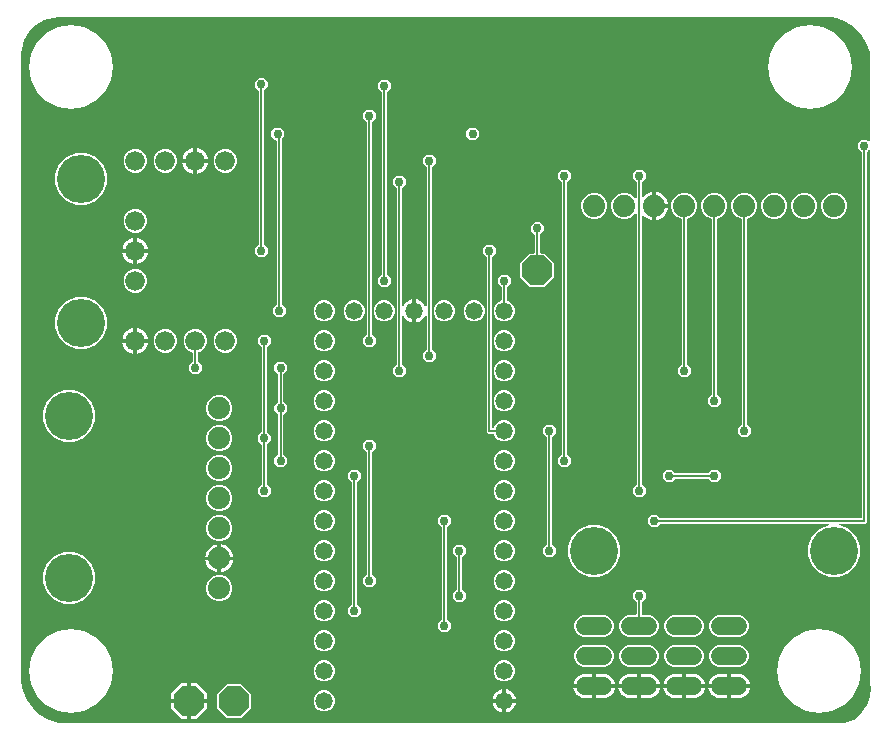
<source format=gbr>
G04 EAGLE Gerber RS-274X export*
G75*
%MOMM*%
%FSLAX34Y34*%
%LPD*%
%INBottom Copper*%
%IPPOS*%
%AMOC8*
5,1,8,0,0,1.08239X$1,22.5*%
G01*
%ADD10C,1.524000*%
%ADD11P,2.749271X8X22.500000*%
%ADD12C,1.473200*%
%ADD13C,4.064000*%
%ADD14C,1.879600*%
%ADD15C,1.676400*%
%ADD16C,0.756400*%
%ADD17C,0.152400*%

G36*
X706799Y6353D02*
X706799Y6353D01*
X706815Y6351D01*
X706981Y6377D01*
X709765Y7121D01*
X709787Y7131D01*
X709842Y7151D01*
X709844Y7152D01*
X709847Y7153D01*
X709905Y7174D01*
X716513Y10429D01*
X716526Y10438D01*
X716540Y10444D01*
X716678Y10540D01*
X722218Y15394D01*
X722228Y15406D01*
X722241Y15415D01*
X722349Y15544D01*
X726445Y21667D01*
X726451Y21681D01*
X726461Y21693D01*
X726532Y21845D01*
X728903Y28820D01*
X728906Y28835D01*
X728913Y28849D01*
X728942Y29014D01*
X729427Y36365D01*
X729425Y36389D01*
X729422Y36514D01*
X729048Y39368D01*
X729043Y39383D01*
X729043Y39399D01*
X728996Y39560D01*
X728739Y40180D01*
X728739Y41128D01*
X728735Y41152D01*
X728725Y41276D01*
X728540Y42205D01*
X728725Y43130D01*
X728725Y43154D01*
X728739Y43279D01*
X728739Y490797D01*
X728728Y490867D01*
X728726Y490939D01*
X728708Y490988D01*
X728700Y491039D01*
X728666Y491103D01*
X728641Y491170D01*
X728609Y491211D01*
X728584Y491257D01*
X728532Y491306D01*
X728488Y491362D01*
X728444Y491390D01*
X728406Y491426D01*
X728341Y491456D01*
X728281Y491495D01*
X728230Y491508D01*
X728183Y491530D01*
X728112Y491538D01*
X728042Y491555D01*
X727990Y491551D01*
X727939Y491557D01*
X727868Y491542D01*
X727797Y491536D01*
X727749Y491516D01*
X727698Y491505D01*
X727637Y491468D01*
X727571Y491440D01*
X727515Y491395D01*
X727487Y491378D01*
X727472Y491361D01*
X727440Y491335D01*
X726410Y490305D01*
X726357Y490231D01*
X726297Y490161D01*
X726285Y490131D01*
X726266Y490105D01*
X726239Y490018D01*
X726205Y489933D01*
X726201Y489892D01*
X726194Y489870D01*
X726195Y489838D01*
X726187Y489767D01*
X726187Y176853D01*
X724847Y175513D01*
X703610Y175513D01*
X703514Y175498D01*
X703417Y175488D01*
X703393Y175478D01*
X703367Y175474D01*
X703281Y175428D01*
X703192Y175388D01*
X703173Y175371D01*
X703150Y175358D01*
X703083Y175288D01*
X703011Y175222D01*
X702998Y175199D01*
X702980Y175180D01*
X702939Y175092D01*
X702892Y175006D01*
X702888Y174981D01*
X702877Y174957D01*
X702866Y174860D01*
X702849Y174764D01*
X702852Y174738D01*
X702849Y174713D01*
X702870Y174617D01*
X702884Y174521D01*
X702896Y174498D01*
X702902Y174472D01*
X702952Y174389D01*
X702996Y174302D01*
X703015Y174283D01*
X703028Y174261D01*
X703102Y174198D01*
X703171Y174130D01*
X703200Y174114D01*
X703215Y174101D01*
X703246Y174089D01*
X703318Y174049D01*
X710874Y170919D01*
X717019Y164774D01*
X720345Y156745D01*
X720345Y148055D01*
X717019Y140026D01*
X710874Y133881D01*
X702845Y130555D01*
X694155Y130555D01*
X686126Y133881D01*
X679981Y140026D01*
X676655Y148055D01*
X676655Y156745D01*
X679981Y164774D01*
X686126Y170919D01*
X693682Y174049D01*
X693764Y174100D01*
X693850Y174146D01*
X693868Y174165D01*
X693891Y174178D01*
X693953Y174253D01*
X694020Y174324D01*
X694031Y174348D01*
X694047Y174368D01*
X694082Y174459D01*
X694123Y174547D01*
X694126Y174573D01*
X694136Y174597D01*
X694140Y174695D01*
X694151Y174791D01*
X694145Y174817D01*
X694146Y174843D01*
X694119Y174937D01*
X694098Y175032D01*
X694085Y175054D01*
X694078Y175079D01*
X694022Y175159D01*
X693972Y175243D01*
X693952Y175260D01*
X693937Y175281D01*
X693859Y175340D01*
X693785Y175403D01*
X693761Y175413D01*
X693740Y175428D01*
X693647Y175458D01*
X693557Y175495D01*
X693525Y175498D01*
X693506Y175504D01*
X693473Y175504D01*
X693390Y175513D01*
X551633Y175513D01*
X551543Y175499D01*
X551452Y175491D01*
X551423Y175479D01*
X551391Y175474D01*
X551310Y175431D01*
X551226Y175395D01*
X551194Y175369D01*
X551173Y175358D01*
X551151Y175335D01*
X551095Y175290D01*
X548298Y172493D01*
X543902Y172493D01*
X540793Y175602D01*
X540793Y179998D01*
X543902Y183107D01*
X548298Y183107D01*
X551095Y180310D01*
X551169Y180257D01*
X551239Y180197D01*
X551269Y180185D01*
X551295Y180166D01*
X551382Y180139D01*
X551467Y180105D01*
X551508Y180101D01*
X551530Y180094D01*
X551562Y180095D01*
X551633Y180087D01*
X720852Y180087D01*
X720872Y180090D01*
X720891Y180088D01*
X720993Y180110D01*
X721095Y180126D01*
X721112Y180136D01*
X721132Y180140D01*
X721221Y180193D01*
X721312Y180242D01*
X721326Y180256D01*
X721343Y180266D01*
X721410Y180345D01*
X721482Y180420D01*
X721490Y180438D01*
X721503Y180453D01*
X721542Y180549D01*
X721585Y180643D01*
X721587Y180663D01*
X721595Y180681D01*
X721613Y180848D01*
X721613Y489767D01*
X721612Y489777D01*
X721612Y489784D01*
X721605Y489818D01*
X721599Y489857D01*
X721591Y489948D01*
X721579Y489977D01*
X721574Y490009D01*
X721531Y490090D01*
X721495Y490174D01*
X721469Y490206D01*
X721458Y490227D01*
X721435Y490249D01*
X721390Y490305D01*
X718593Y493102D01*
X718593Y497498D01*
X721702Y500607D01*
X726098Y500607D01*
X727440Y499265D01*
X727498Y499223D01*
X727550Y499174D01*
X727597Y499152D01*
X727639Y499122D01*
X727708Y499100D01*
X727773Y499070D01*
X727825Y499065D01*
X727875Y499049D01*
X727946Y499051D01*
X728017Y499043D01*
X728068Y499054D01*
X728120Y499056D01*
X728188Y499080D01*
X728258Y499095D01*
X728303Y499122D01*
X728351Y499140D01*
X728407Y499185D01*
X728469Y499222D01*
X728503Y499261D01*
X728543Y499294D01*
X728582Y499354D01*
X728629Y499409D01*
X728648Y499457D01*
X728676Y499501D01*
X728694Y499570D01*
X728721Y499637D01*
X728729Y499708D01*
X728737Y499739D01*
X728735Y499762D01*
X728739Y499803D01*
X728739Y558824D01*
X728737Y558839D01*
X728739Y558854D01*
X728714Y559019D01*
X728561Y559591D01*
X728733Y560877D01*
X728732Y560909D01*
X728739Y560977D01*
X728739Y562274D01*
X728867Y562583D01*
X728875Y562617D01*
X728876Y562619D01*
X728876Y562620D01*
X728892Y562651D01*
X728923Y562816D01*
X729150Y565796D01*
X729148Y565828D01*
X729149Y565898D01*
X729150Y565909D01*
X729149Y565913D01*
X729149Y565924D01*
X728384Y574218D01*
X728383Y574219D01*
X728384Y574220D01*
X728349Y574385D01*
X725757Y582300D01*
X725757Y582301D01*
X725756Y582303D01*
X725686Y582455D01*
X721398Y589596D01*
X721397Y589597D01*
X721397Y589598D01*
X721294Y589731D01*
X715525Y595738D01*
X715524Y595739D01*
X715523Y595740D01*
X715394Y595847D01*
X708432Y600420D01*
X708431Y600420D01*
X708430Y600421D01*
X708280Y600497D01*
X700475Y603405D01*
X700444Y603412D01*
X700352Y603440D01*
X696756Y604126D01*
X696728Y604127D01*
X696613Y604139D01*
X41026Y604139D01*
X41008Y604136D01*
X40976Y604138D01*
X37047Y603880D01*
X37024Y603875D01*
X36900Y603856D01*
X29309Y601822D01*
X29294Y601815D01*
X29279Y601813D01*
X29125Y601746D01*
X22319Y597816D01*
X22307Y597806D01*
X22293Y597800D01*
X22162Y597695D01*
X16605Y592138D01*
X16595Y592126D01*
X16583Y592116D01*
X16484Y591981D01*
X12554Y585175D01*
X12549Y585160D01*
X12539Y585148D01*
X12478Y584991D01*
X10444Y577400D01*
X10442Y577377D01*
X10420Y577253D01*
X10162Y573324D01*
X10164Y573305D01*
X10161Y573274D01*
X10161Y48807D01*
X10168Y48762D01*
X10166Y48717D01*
X10198Y48582D01*
X10200Y48565D01*
X10203Y48560D01*
X10204Y48553D01*
X10253Y48416D01*
X10162Y46685D01*
X10163Y46669D01*
X10161Y46645D01*
X10161Y44823D01*
X10161Y44821D01*
X10153Y44789D01*
X10155Y44769D01*
X10151Y44734D01*
X10160Y42167D01*
X10165Y42135D01*
X10168Y42091D01*
X10168Y42090D01*
X10168Y42089D01*
X10171Y42039D01*
X11601Y33799D01*
X11601Y33798D01*
X11601Y33797D01*
X11648Y33636D01*
X14875Y25920D01*
X14876Y25919D01*
X14877Y25918D01*
X14958Y25771D01*
X19821Y18967D01*
X19822Y18966D01*
X19823Y18965D01*
X19935Y18841D01*
X26191Y13290D01*
X26192Y13289D01*
X26193Y13288D01*
X26330Y13191D01*
X33663Y9171D01*
X33665Y9171D01*
X33666Y9170D01*
X33821Y9107D01*
X41865Y6819D01*
X41897Y6815D01*
X41991Y6795D01*
X46016Y6355D01*
X46044Y6357D01*
X46098Y6351D01*
X706784Y6351D01*
X706799Y6353D01*
G37*
%LPC*%
G36*
X674814Y16989D02*
X674814Y16989D01*
X664903Y22038D01*
X657038Y29903D01*
X651989Y39814D01*
X650249Y50800D01*
X651989Y61786D01*
X657038Y71696D01*
X664904Y79562D01*
X674814Y84611D01*
X685800Y86351D01*
X696786Y84611D01*
X706697Y79562D01*
X714562Y71697D01*
X719611Y61786D01*
X721351Y50800D01*
X719611Y39814D01*
X714562Y29903D01*
X706697Y22038D01*
X696786Y16989D01*
X685800Y15249D01*
X674814Y16989D01*
G37*
%LPD*%
%LPC*%
G36*
X41084Y16989D02*
X41084Y16989D01*
X31173Y22038D01*
X23308Y29904D01*
X18259Y39814D01*
X16519Y50800D01*
X18259Y61786D01*
X23308Y71697D01*
X31173Y79562D01*
X41084Y84611D01*
X52070Y86351D01*
X63056Y84611D01*
X72967Y79562D01*
X80832Y71697D01*
X85881Y61786D01*
X87621Y50800D01*
X85881Y39814D01*
X80832Y29903D01*
X72967Y22038D01*
X63056Y16989D01*
X52070Y15249D01*
X41084Y16989D01*
G37*
%LPD*%
%LPC*%
G36*
X667194Y528291D02*
X667194Y528291D01*
X657283Y533340D01*
X649418Y541205D01*
X644369Y551116D01*
X642629Y562102D01*
X644369Y573088D01*
X649418Y582999D01*
X657283Y590864D01*
X667194Y595913D01*
X678180Y597653D01*
X689166Y595913D01*
X699077Y590864D01*
X706942Y582999D01*
X711991Y573088D01*
X713731Y562102D01*
X711991Y551116D01*
X706942Y541205D01*
X699077Y533340D01*
X689166Y528291D01*
X678180Y526551D01*
X667194Y528291D01*
G37*
%LPD*%
%LPC*%
G36*
X41084Y528291D02*
X41084Y528291D01*
X31173Y533340D01*
X23308Y541205D01*
X18259Y551116D01*
X16519Y562102D01*
X18259Y573088D01*
X23308Y582999D01*
X31173Y590864D01*
X41084Y595913D01*
X52070Y597653D01*
X63056Y595913D01*
X72967Y590864D01*
X80832Y582999D01*
X85881Y573088D01*
X87621Y562102D01*
X85881Y551116D01*
X80832Y541205D01*
X72967Y533340D01*
X63056Y528291D01*
X52070Y526551D01*
X41084Y528291D01*
G37*
%LPD*%
%LPC*%
G36*
X328002Y299493D02*
X328002Y299493D01*
X324893Y302602D01*
X324893Y306998D01*
X327690Y309795D01*
X327743Y309869D01*
X327803Y309939D01*
X327815Y309969D01*
X327834Y309995D01*
X327861Y310082D01*
X327895Y310167D01*
X327899Y310208D01*
X327906Y310230D01*
X327905Y310262D01*
X327913Y310333D01*
X327913Y459287D01*
X327899Y459377D01*
X327891Y459468D01*
X327879Y459497D01*
X327874Y459529D01*
X327854Y459567D01*
X327852Y459574D01*
X327831Y459609D01*
X327831Y459610D01*
X327795Y459694D01*
X327769Y459726D01*
X327758Y459747D01*
X327737Y459767D01*
X327726Y459785D01*
X327713Y459796D01*
X327690Y459825D01*
X324893Y462622D01*
X324893Y467018D01*
X328002Y470127D01*
X332398Y470127D01*
X335507Y467018D01*
X335507Y462622D01*
X332710Y459825D01*
X332667Y459765D01*
X332626Y459723D01*
X332619Y459707D01*
X332597Y459681D01*
X332585Y459651D01*
X332566Y459625D01*
X332539Y459538D01*
X332531Y459516D01*
X332523Y459499D01*
X332522Y459496D01*
X332505Y459453D01*
X332501Y459412D01*
X332494Y459390D01*
X332495Y459358D01*
X332487Y459287D01*
X332487Y360155D01*
X332498Y360088D01*
X332499Y360020D01*
X332517Y359968D01*
X332526Y359912D01*
X332558Y359852D01*
X332581Y359789D01*
X332615Y359744D01*
X332642Y359695D01*
X332691Y359648D01*
X332732Y359595D01*
X332779Y359564D01*
X332820Y359526D01*
X332881Y359497D01*
X332938Y359460D01*
X332992Y359446D01*
X333043Y359422D01*
X333110Y359415D01*
X333176Y359397D01*
X333232Y359401D01*
X333287Y359395D01*
X333354Y359409D01*
X333421Y359414D01*
X333473Y359435D01*
X333528Y359447D01*
X333586Y359482D01*
X333649Y359508D01*
X333691Y359545D01*
X333739Y359573D01*
X333783Y359625D01*
X333834Y359669D01*
X333877Y359735D01*
X333899Y359760D01*
X333907Y359780D01*
X333926Y359810D01*
X334427Y360792D01*
X335344Y362054D01*
X336446Y363156D01*
X337708Y364073D01*
X339097Y364781D01*
X340580Y365263D01*
X341377Y365389D01*
X341377Y356362D01*
X341380Y356342D01*
X341378Y356323D01*
X341400Y356221D01*
X341417Y356119D01*
X341426Y356102D01*
X341430Y356082D01*
X341483Y355993D01*
X341532Y355902D01*
X341546Y355888D01*
X341556Y355871D01*
X341635Y355804D01*
X341710Y355733D01*
X341728Y355724D01*
X341743Y355711D01*
X341839Y355673D01*
X341933Y355629D01*
X341953Y355627D01*
X341971Y355619D01*
X342138Y355601D01*
X343662Y355601D01*
X343682Y355604D01*
X343701Y355602D01*
X343803Y355624D01*
X343905Y355641D01*
X343922Y355650D01*
X343942Y355654D01*
X344031Y355707D01*
X344122Y355756D01*
X344136Y355770D01*
X344153Y355780D01*
X344220Y355859D01*
X344291Y355934D01*
X344300Y355952D01*
X344313Y355967D01*
X344352Y356063D01*
X344395Y356157D01*
X344397Y356177D01*
X344405Y356195D01*
X344423Y356362D01*
X344423Y365389D01*
X345220Y365263D01*
X346703Y364781D01*
X348092Y364073D01*
X349354Y363156D01*
X350456Y362054D01*
X351373Y360792D01*
X351874Y359810D01*
X351914Y359755D01*
X351946Y359695D01*
X351986Y359656D01*
X352019Y359611D01*
X352075Y359572D01*
X352124Y359526D01*
X352175Y359502D01*
X352221Y359470D01*
X352286Y359451D01*
X352347Y359422D01*
X352403Y359416D01*
X352456Y359400D01*
X352524Y359402D01*
X352591Y359395D01*
X352646Y359407D01*
X352702Y359409D01*
X352766Y359433D01*
X352832Y359447D01*
X352880Y359476D01*
X352932Y359496D01*
X352985Y359539D01*
X353043Y359573D01*
X353079Y359616D01*
X353123Y359651D01*
X353159Y359709D01*
X353203Y359760D01*
X353224Y359812D01*
X353254Y359860D01*
X353269Y359925D01*
X353295Y359988D01*
X353303Y360067D01*
X353311Y360099D01*
X353309Y360120D01*
X353313Y360155D01*
X353313Y477067D01*
X353299Y477157D01*
X353291Y477248D01*
X353279Y477277D01*
X353274Y477309D01*
X353231Y477390D01*
X353195Y477474D01*
X353169Y477506D01*
X353158Y477527D01*
X353135Y477549D01*
X353090Y477605D01*
X350293Y480402D01*
X350293Y484798D01*
X353402Y487907D01*
X357798Y487907D01*
X360907Y484798D01*
X360907Y480402D01*
X358110Y477605D01*
X358057Y477531D01*
X357997Y477461D01*
X357985Y477431D01*
X357966Y477405D01*
X357939Y477318D01*
X357905Y477233D01*
X357901Y477192D01*
X357894Y477170D01*
X357895Y477138D01*
X357887Y477067D01*
X357887Y323033D01*
X357892Y323003D01*
X357890Y322991D01*
X357902Y322939D01*
X357909Y322852D01*
X357921Y322823D01*
X357926Y322791D01*
X357939Y322766D01*
X357943Y322751D01*
X357974Y322698D01*
X358005Y322626D01*
X358031Y322594D01*
X358042Y322573D01*
X358059Y322557D01*
X358069Y322540D01*
X358085Y322526D01*
X358110Y322495D01*
X360907Y319698D01*
X360907Y315302D01*
X357798Y312193D01*
X353402Y312193D01*
X350293Y315302D01*
X350293Y319698D01*
X353090Y322495D01*
X353133Y322554D01*
X353179Y322603D01*
X353187Y322620D01*
X353203Y322639D01*
X353215Y322669D01*
X353234Y322695D01*
X353258Y322773D01*
X353282Y322826D01*
X353284Y322840D01*
X353295Y322867D01*
X353299Y322908D01*
X353306Y322930D01*
X353305Y322962D01*
X353313Y323033D01*
X353313Y351045D01*
X353302Y351112D01*
X353301Y351180D01*
X353283Y351232D01*
X353274Y351288D01*
X353242Y351348D01*
X353219Y351411D01*
X353185Y351456D01*
X353158Y351505D01*
X353109Y351552D01*
X353068Y351605D01*
X353021Y351636D01*
X352980Y351674D01*
X352919Y351703D01*
X352862Y351740D01*
X352808Y351754D01*
X352757Y351778D01*
X352690Y351785D01*
X352624Y351803D01*
X352568Y351799D01*
X352513Y351805D01*
X352446Y351791D01*
X352379Y351786D01*
X352327Y351765D01*
X352272Y351753D01*
X352214Y351718D01*
X352151Y351692D01*
X352109Y351655D01*
X352061Y351627D01*
X352017Y351575D01*
X351966Y351531D01*
X351923Y351465D01*
X351901Y351440D01*
X351893Y351420D01*
X351874Y351390D01*
X351373Y350408D01*
X350456Y349146D01*
X349354Y348044D01*
X348092Y347127D01*
X346703Y346419D01*
X345220Y345937D01*
X344423Y345811D01*
X344423Y354838D01*
X344420Y354858D01*
X344422Y354877D01*
X344400Y354979D01*
X344383Y355081D01*
X344374Y355098D01*
X344370Y355118D01*
X344317Y355207D01*
X344268Y355298D01*
X344254Y355312D01*
X344244Y355329D01*
X344165Y355396D01*
X344090Y355467D01*
X344072Y355476D01*
X344057Y355489D01*
X343961Y355527D01*
X343867Y355571D01*
X343847Y355573D01*
X343829Y355581D01*
X343662Y355599D01*
X342138Y355599D01*
X342118Y355596D01*
X342099Y355598D01*
X341997Y355576D01*
X341895Y355559D01*
X341878Y355550D01*
X341858Y355546D01*
X341769Y355493D01*
X341678Y355444D01*
X341664Y355430D01*
X341647Y355420D01*
X341580Y355341D01*
X341509Y355266D01*
X341500Y355248D01*
X341487Y355233D01*
X341448Y355137D01*
X341405Y355043D01*
X341403Y355023D01*
X341395Y355005D01*
X341377Y354838D01*
X341377Y345811D01*
X340580Y345937D01*
X339097Y346419D01*
X337708Y347127D01*
X336446Y348044D01*
X335344Y349146D01*
X334427Y350408D01*
X333926Y351390D01*
X333886Y351445D01*
X333854Y351505D01*
X333814Y351544D01*
X333781Y351589D01*
X333725Y351628D01*
X333676Y351674D01*
X333625Y351698D01*
X333579Y351730D01*
X333514Y351749D01*
X333453Y351778D01*
X333397Y351784D01*
X333344Y351800D01*
X333276Y351798D01*
X333209Y351805D01*
X333154Y351793D01*
X333098Y351791D01*
X333034Y351767D01*
X332968Y351753D01*
X332920Y351724D01*
X332868Y351704D01*
X332815Y351661D01*
X332757Y351627D01*
X332721Y351584D01*
X332677Y351549D01*
X332641Y351491D01*
X332597Y351440D01*
X332576Y351388D01*
X332546Y351340D01*
X332531Y351275D01*
X332505Y351212D01*
X332497Y351133D01*
X332489Y351101D01*
X332491Y351080D01*
X332487Y351045D01*
X332487Y310333D01*
X332501Y310243D01*
X332509Y310152D01*
X332521Y310123D01*
X332526Y310091D01*
X332569Y310010D01*
X332605Y309926D01*
X332631Y309894D01*
X332642Y309873D01*
X332665Y309851D01*
X332710Y309795D01*
X335507Y306998D01*
X335507Y302602D01*
X332398Y299493D01*
X328002Y299493D01*
G37*
%LPD*%
%LPC*%
G36*
X531202Y197893D02*
X531202Y197893D01*
X528093Y201002D01*
X528093Y205398D01*
X530890Y208195D01*
X530943Y208269D01*
X531003Y208339D01*
X531015Y208369D01*
X531034Y208395D01*
X531061Y208482D01*
X531095Y208567D01*
X531099Y208608D01*
X531106Y208630D01*
X531105Y208662D01*
X531113Y208733D01*
X531113Y437628D01*
X531102Y437699D01*
X531100Y437771D01*
X531082Y437820D01*
X531074Y437871D01*
X531040Y437934D01*
X531015Y438002D01*
X530983Y438042D01*
X530958Y438089D01*
X530906Y438138D01*
X530862Y438194D01*
X530818Y438222D01*
X530780Y438258D01*
X530715Y438288D01*
X530655Y438327D01*
X530604Y438340D01*
X530557Y438362D01*
X530486Y438369D01*
X530416Y438387D01*
X530364Y438383D01*
X530313Y438389D01*
X530242Y438373D01*
X530171Y438368D01*
X530123Y438347D01*
X530072Y438336D01*
X530011Y438300D01*
X529945Y438271D01*
X529889Y438227D01*
X529861Y438210D01*
X529846Y438192D01*
X529814Y438167D01*
X526887Y435240D01*
X522873Y433577D01*
X518527Y433577D01*
X514513Y435240D01*
X511440Y438313D01*
X509777Y442327D01*
X509777Y446673D01*
X511440Y450687D01*
X514513Y453760D01*
X518527Y455423D01*
X522873Y455423D01*
X526887Y453760D01*
X529814Y450833D01*
X529872Y450791D01*
X529924Y450742D01*
X529971Y450720D01*
X530013Y450690D01*
X530082Y450669D01*
X530147Y450638D01*
X530199Y450633D01*
X530249Y450617D01*
X530320Y450619D01*
X530391Y450611D01*
X530442Y450622D01*
X530494Y450624D01*
X530562Y450648D01*
X530632Y450664D01*
X530677Y450690D01*
X530725Y450708D01*
X530781Y450753D01*
X530843Y450790D01*
X530877Y450829D01*
X530917Y450862D01*
X530956Y450922D01*
X531003Y450977D01*
X531022Y451025D01*
X531050Y451069D01*
X531068Y451138D01*
X531095Y451205D01*
X531103Y451276D01*
X531111Y451307D01*
X531109Y451331D01*
X531113Y451372D01*
X531113Y464367D01*
X531099Y464457D01*
X531091Y464548D01*
X531079Y464577D01*
X531074Y464609D01*
X531031Y464690D01*
X530995Y464774D01*
X530969Y464806D01*
X530958Y464827D01*
X530935Y464849D01*
X530890Y464905D01*
X528093Y467702D01*
X528093Y472098D01*
X531202Y475207D01*
X535598Y475207D01*
X538707Y472098D01*
X538707Y467702D01*
X535910Y464905D01*
X535857Y464831D01*
X535797Y464761D01*
X535785Y464731D01*
X535766Y464705D01*
X535739Y464618D01*
X535705Y464533D01*
X535701Y464492D01*
X535694Y464470D01*
X535695Y464438D01*
X535687Y464367D01*
X535687Y452808D01*
X535698Y452738D01*
X535700Y452666D01*
X535718Y452617D01*
X535726Y452566D01*
X535760Y452502D01*
X535785Y452435D01*
X535817Y452394D01*
X535842Y452348D01*
X535894Y452299D01*
X535938Y452243D01*
X535982Y452215D01*
X536020Y452179D01*
X536085Y452149D01*
X536145Y452110D01*
X536196Y452097D01*
X536243Y452075D01*
X536314Y452067D01*
X536384Y452050D01*
X536436Y452054D01*
X536487Y452048D01*
X536558Y452063D01*
X536629Y452069D01*
X536677Y452089D01*
X536728Y452100D01*
X536789Y452137D01*
X536855Y452165D01*
X536911Y452210D01*
X536939Y452227D01*
X536954Y452244D01*
X536986Y452270D01*
X538322Y453606D01*
X539843Y454711D01*
X541517Y455564D01*
X543304Y456145D01*
X544577Y456346D01*
X544577Y445262D01*
X544580Y445242D01*
X544578Y445223D01*
X544600Y445121D01*
X544617Y445019D01*
X544626Y445002D01*
X544630Y444982D01*
X544683Y444893D01*
X544732Y444802D01*
X544746Y444788D01*
X544756Y444771D01*
X544835Y444704D01*
X544910Y444633D01*
X544928Y444624D01*
X544943Y444611D01*
X545039Y444573D01*
X545133Y444529D01*
X545153Y444527D01*
X545171Y444519D01*
X545338Y444501D01*
X546101Y444501D01*
X546101Y444499D01*
X545338Y444499D01*
X545318Y444496D01*
X545299Y444498D01*
X545197Y444476D01*
X545095Y444459D01*
X545078Y444450D01*
X545058Y444446D01*
X544969Y444393D01*
X544878Y444344D01*
X544864Y444330D01*
X544847Y444320D01*
X544780Y444241D01*
X544709Y444166D01*
X544700Y444148D01*
X544687Y444133D01*
X544648Y444037D01*
X544605Y443943D01*
X544603Y443923D01*
X544595Y443905D01*
X544577Y443738D01*
X544577Y432654D01*
X543304Y432855D01*
X541517Y433436D01*
X539843Y434289D01*
X538322Y435394D01*
X536986Y436730D01*
X536928Y436772D01*
X536876Y436821D01*
X536829Y436843D01*
X536787Y436873D01*
X536718Y436894D01*
X536653Y436925D01*
X536601Y436930D01*
X536551Y436946D01*
X536480Y436944D01*
X536409Y436952D01*
X536358Y436941D01*
X536306Y436939D01*
X536238Y436915D01*
X536168Y436900D01*
X536123Y436873D01*
X536075Y436855D01*
X536019Y436810D01*
X535957Y436773D01*
X535923Y436734D01*
X535883Y436701D01*
X535844Y436641D01*
X535797Y436586D01*
X535778Y436538D01*
X535750Y436494D01*
X535732Y436425D01*
X535705Y436358D01*
X535697Y436287D01*
X535689Y436256D01*
X535691Y436232D01*
X535687Y436192D01*
X535687Y208733D01*
X535701Y208643D01*
X535709Y208552D01*
X535721Y208523D01*
X535726Y208491D01*
X535769Y208410D01*
X535805Y208326D01*
X535831Y208294D01*
X535842Y208273D01*
X535865Y208251D01*
X535910Y208195D01*
X538707Y205398D01*
X538707Y201002D01*
X535598Y197893D01*
X531202Y197893D01*
G37*
%LPD*%
%LPC*%
G36*
X46455Y107695D02*
X46455Y107695D01*
X38426Y111021D01*
X32281Y117166D01*
X28955Y125195D01*
X28955Y133885D01*
X32281Y141914D01*
X38426Y148059D01*
X46455Y151385D01*
X55145Y151385D01*
X63174Y148059D01*
X69319Y141914D01*
X72645Y133885D01*
X72645Y125195D01*
X69319Y117166D01*
X63174Y111021D01*
X55145Y107695D01*
X46455Y107695D01*
G37*
%LPD*%
%LPC*%
G36*
X56615Y445515D02*
X56615Y445515D01*
X48586Y448841D01*
X42441Y454986D01*
X39115Y463015D01*
X39115Y471705D01*
X42441Y479734D01*
X48586Y485879D01*
X56615Y489205D01*
X65305Y489205D01*
X73334Y485879D01*
X79479Y479734D01*
X82805Y471705D01*
X82805Y463015D01*
X79479Y454986D01*
X73334Y448841D01*
X65305Y445515D01*
X56615Y445515D01*
G37*
%LPD*%
%LPC*%
G36*
X46455Y244855D02*
X46455Y244855D01*
X38426Y248181D01*
X32281Y254326D01*
X28955Y262355D01*
X28955Y271045D01*
X32281Y279074D01*
X38426Y285219D01*
X46455Y288545D01*
X55145Y288545D01*
X63174Y285219D01*
X69319Y279074D01*
X72645Y271045D01*
X72645Y262355D01*
X69319Y254326D01*
X63174Y248181D01*
X55145Y244855D01*
X46455Y244855D01*
G37*
%LPD*%
%LPC*%
G36*
X56615Y323595D02*
X56615Y323595D01*
X48586Y326921D01*
X42441Y333066D01*
X39115Y341095D01*
X39115Y349785D01*
X42441Y357814D01*
X48586Y363959D01*
X56615Y367285D01*
X65305Y367285D01*
X73334Y363959D01*
X79479Y357814D01*
X82805Y349785D01*
X82805Y341095D01*
X79479Y333066D01*
X73334Y326921D01*
X65305Y323595D01*
X56615Y323595D01*
G37*
%LPD*%
%LPC*%
G36*
X490955Y130555D02*
X490955Y130555D01*
X482926Y133881D01*
X476781Y140026D01*
X473455Y148055D01*
X473455Y156745D01*
X476781Y164774D01*
X482926Y170919D01*
X490955Y174245D01*
X499645Y174245D01*
X507674Y170919D01*
X513819Y164774D01*
X517145Y156745D01*
X517145Y148055D01*
X513819Y140026D01*
X507674Y133881D01*
X499645Y130555D01*
X490955Y130555D01*
G37*
%LPD*%
%LPC*%
G36*
X620102Y248693D02*
X620102Y248693D01*
X616993Y251802D01*
X616993Y256198D01*
X619790Y258995D01*
X619843Y259069D01*
X619903Y259139D01*
X619915Y259169D01*
X619934Y259195D01*
X619961Y259282D01*
X619995Y259367D01*
X619999Y259408D01*
X620006Y259430D01*
X620005Y259462D01*
X620013Y259533D01*
X620013Y433116D01*
X619994Y433231D01*
X619977Y433347D01*
X619975Y433352D01*
X619974Y433359D01*
X619919Y433461D01*
X619866Y433566D01*
X619861Y433570D01*
X619858Y433576D01*
X619774Y433656D01*
X619690Y433738D01*
X619684Y433742D01*
X619680Y433745D01*
X619663Y433753D01*
X619543Y433819D01*
X616113Y435240D01*
X613040Y438313D01*
X611377Y442327D01*
X611377Y446673D01*
X613040Y450687D01*
X616113Y453760D01*
X620127Y455423D01*
X624473Y455423D01*
X628487Y453760D01*
X631560Y450687D01*
X633223Y446673D01*
X633223Y442327D01*
X631560Y438313D01*
X628487Y435240D01*
X625057Y433819D01*
X624957Y433758D01*
X624857Y433698D01*
X624853Y433693D01*
X624848Y433690D01*
X624773Y433600D01*
X624697Y433511D01*
X624695Y433505D01*
X624691Y433500D01*
X624649Y433392D01*
X624605Y433283D01*
X624604Y433275D01*
X624603Y433270D01*
X624602Y433252D01*
X624587Y433116D01*
X624587Y259533D01*
X624601Y259443D01*
X624609Y259352D01*
X624621Y259323D01*
X624626Y259291D01*
X624669Y259210D01*
X624705Y259126D01*
X624731Y259094D01*
X624742Y259073D01*
X624765Y259051D01*
X624810Y258995D01*
X627607Y256198D01*
X627607Y251802D01*
X624498Y248693D01*
X620102Y248693D01*
G37*
%LPD*%
%LPC*%
G36*
X467702Y223293D02*
X467702Y223293D01*
X464593Y226402D01*
X464593Y230798D01*
X467390Y233595D01*
X467443Y233669D01*
X467503Y233739D01*
X467515Y233769D01*
X467534Y233795D01*
X467561Y233882D01*
X467595Y233967D01*
X467599Y234008D01*
X467606Y234030D01*
X467605Y234062D01*
X467613Y234133D01*
X467613Y464367D01*
X467599Y464457D01*
X467591Y464548D01*
X467579Y464577D01*
X467574Y464609D01*
X467531Y464690D01*
X467495Y464774D01*
X467469Y464806D01*
X467458Y464827D01*
X467435Y464849D01*
X467390Y464905D01*
X464593Y467702D01*
X464593Y472098D01*
X467702Y475207D01*
X472098Y475207D01*
X475207Y472098D01*
X475207Y467702D01*
X472410Y464905D01*
X472357Y464831D01*
X472297Y464761D01*
X472285Y464731D01*
X472266Y464705D01*
X472239Y464618D01*
X472205Y464533D01*
X472201Y464492D01*
X472194Y464470D01*
X472195Y464438D01*
X472187Y464367D01*
X472187Y234133D01*
X472201Y234043D01*
X472209Y233952D01*
X472221Y233923D01*
X472226Y233891D01*
X472269Y233810D01*
X472305Y233726D01*
X472331Y233694D01*
X472342Y233673D01*
X472365Y233651D01*
X472410Y233595D01*
X475207Y230798D01*
X475207Y226402D01*
X472098Y223293D01*
X467702Y223293D01*
G37*
%LPD*%
%LPC*%
G36*
X594702Y274093D02*
X594702Y274093D01*
X591593Y277202D01*
X591593Y281598D01*
X594390Y284395D01*
X594443Y284469D01*
X594503Y284539D01*
X594515Y284569D01*
X594534Y284595D01*
X594561Y284682D01*
X594595Y284767D01*
X594599Y284808D01*
X594606Y284830D01*
X594605Y284862D01*
X594613Y284933D01*
X594613Y433116D01*
X594594Y433231D01*
X594577Y433347D01*
X594575Y433352D01*
X594574Y433359D01*
X594519Y433461D01*
X594466Y433566D01*
X594461Y433570D01*
X594458Y433576D01*
X594374Y433656D01*
X594290Y433738D01*
X594284Y433742D01*
X594280Y433745D01*
X594263Y433753D01*
X594143Y433819D01*
X590713Y435240D01*
X587640Y438313D01*
X585977Y442327D01*
X585977Y446673D01*
X587640Y450687D01*
X590713Y453760D01*
X594727Y455423D01*
X599073Y455423D01*
X603087Y453760D01*
X606160Y450687D01*
X607823Y446673D01*
X607823Y442327D01*
X606160Y438313D01*
X603087Y435240D01*
X599657Y433819D01*
X599557Y433758D01*
X599457Y433698D01*
X599453Y433693D01*
X599448Y433690D01*
X599373Y433600D01*
X599297Y433511D01*
X599295Y433505D01*
X599291Y433500D01*
X599249Y433392D01*
X599205Y433283D01*
X599204Y433275D01*
X599203Y433270D01*
X599202Y433252D01*
X599187Y433116D01*
X599187Y284933D01*
X599201Y284843D01*
X599209Y284752D01*
X599221Y284723D01*
X599226Y284691D01*
X599269Y284610D01*
X599305Y284526D01*
X599331Y284494D01*
X599342Y284473D01*
X599365Y284451D01*
X599410Y284395D01*
X602207Y281598D01*
X602207Y277202D01*
X599098Y274093D01*
X594702Y274093D01*
G37*
%LPD*%
%LPC*%
G36*
X569302Y299493D02*
X569302Y299493D01*
X566193Y302602D01*
X566193Y306998D01*
X568990Y309795D01*
X569043Y309869D01*
X569103Y309939D01*
X569115Y309969D01*
X569134Y309995D01*
X569161Y310082D01*
X569195Y310167D01*
X569199Y310208D01*
X569206Y310230D01*
X569205Y310262D01*
X569213Y310333D01*
X569213Y433116D01*
X569194Y433231D01*
X569177Y433347D01*
X569175Y433352D01*
X569174Y433359D01*
X569119Y433461D01*
X569066Y433566D01*
X569061Y433570D01*
X569058Y433576D01*
X568974Y433656D01*
X568890Y433738D01*
X568884Y433742D01*
X568880Y433745D01*
X568863Y433753D01*
X568743Y433819D01*
X565313Y435240D01*
X562240Y438313D01*
X560577Y442327D01*
X560577Y446673D01*
X562240Y450687D01*
X565313Y453760D01*
X569327Y455423D01*
X573673Y455423D01*
X577687Y453760D01*
X580760Y450687D01*
X582423Y446673D01*
X582423Y442327D01*
X580760Y438313D01*
X577687Y435240D01*
X574257Y433819D01*
X574157Y433758D01*
X574057Y433698D01*
X574053Y433693D01*
X574048Y433690D01*
X573973Y433600D01*
X573897Y433511D01*
X573895Y433505D01*
X573891Y433500D01*
X573849Y433392D01*
X573805Y433283D01*
X573804Y433275D01*
X573803Y433270D01*
X573802Y433252D01*
X573787Y433116D01*
X573787Y310333D01*
X573801Y310243D01*
X573809Y310152D01*
X573821Y310123D01*
X573826Y310091D01*
X573869Y310010D01*
X573905Y309926D01*
X573931Y309894D01*
X573942Y309873D01*
X573965Y309851D01*
X574010Y309795D01*
X576807Y306998D01*
X576807Y302602D01*
X573698Y299493D01*
X569302Y299493D01*
G37*
%LPD*%
%LPC*%
G36*
X417332Y245109D02*
X417332Y245109D01*
X414064Y246463D01*
X411563Y248964D01*
X410619Y251243D01*
X410557Y251343D01*
X410497Y251443D01*
X410492Y251447D01*
X410489Y251452D01*
X410399Y251527D01*
X410310Y251603D01*
X410304Y251605D01*
X410300Y251609D01*
X410191Y251651D01*
X410082Y251695D01*
X410074Y251696D01*
X410070Y251697D01*
X410052Y251698D01*
X409915Y251713D01*
X405453Y251713D01*
X404113Y253053D01*
X404113Y400867D01*
X404099Y400957D01*
X404091Y401048D01*
X404079Y401077D01*
X404074Y401109D01*
X404031Y401190D01*
X403995Y401274D01*
X403969Y401306D01*
X403958Y401327D01*
X403935Y401349D01*
X403890Y401405D01*
X401093Y404202D01*
X401093Y408598D01*
X404202Y411707D01*
X408598Y411707D01*
X411707Y408598D01*
X411707Y404202D01*
X408910Y401405D01*
X408857Y401331D01*
X408797Y401261D01*
X408785Y401231D01*
X408766Y401205D01*
X408739Y401118D01*
X408705Y401033D01*
X408701Y400992D01*
X408694Y400970D01*
X408695Y400938D01*
X408687Y400867D01*
X408687Y257048D01*
X408690Y257028D01*
X408688Y257009D01*
X408710Y256907D01*
X408726Y256805D01*
X408736Y256788D01*
X408740Y256768D01*
X408793Y256679D01*
X408842Y256588D01*
X408856Y256574D01*
X408866Y256557D01*
X408945Y256490D01*
X409020Y256418D01*
X409038Y256410D01*
X409053Y256397D01*
X409149Y256358D01*
X409243Y256315D01*
X409263Y256313D01*
X409281Y256305D01*
X409448Y256287D01*
X409915Y256287D01*
X410030Y256306D01*
X410146Y256323D01*
X410152Y256325D01*
X410158Y256326D01*
X410261Y256381D01*
X410365Y256434D01*
X410370Y256439D01*
X410375Y256442D01*
X410455Y256526D01*
X410538Y256610D01*
X410541Y256616D01*
X410545Y256620D01*
X410553Y256637D01*
X410619Y256757D01*
X411563Y259036D01*
X414064Y261537D01*
X417332Y262891D01*
X420868Y262891D01*
X424136Y261537D01*
X426637Y259036D01*
X427991Y255768D01*
X427991Y252232D01*
X426637Y248964D01*
X424136Y246463D01*
X420868Y245109D01*
X417332Y245109D01*
G37*
%LPD*%
%LPC*%
G36*
X302602Y324893D02*
X302602Y324893D01*
X299493Y328002D01*
X299493Y332398D01*
X302290Y335195D01*
X302343Y335269D01*
X302403Y335339D01*
X302415Y335369D01*
X302434Y335395D01*
X302461Y335482D01*
X302495Y335567D01*
X302499Y335608D01*
X302506Y335630D01*
X302505Y335662D01*
X302513Y335733D01*
X302513Y515167D01*
X302499Y515257D01*
X302491Y515348D01*
X302479Y515377D01*
X302474Y515409D01*
X302431Y515490D01*
X302395Y515574D01*
X302369Y515606D01*
X302358Y515627D01*
X302335Y515649D01*
X302290Y515705D01*
X299493Y518502D01*
X299493Y522898D01*
X302602Y526007D01*
X306998Y526007D01*
X310107Y522898D01*
X310107Y518502D01*
X307310Y515705D01*
X307257Y515631D01*
X307197Y515561D01*
X307185Y515531D01*
X307166Y515505D01*
X307139Y515418D01*
X307105Y515333D01*
X307101Y515292D01*
X307094Y515270D01*
X307095Y515238D01*
X307087Y515167D01*
X307087Y335733D01*
X307101Y335643D01*
X307109Y335552D01*
X307121Y335523D01*
X307126Y335491D01*
X307169Y335410D01*
X307205Y335326D01*
X307231Y335294D01*
X307242Y335273D01*
X307265Y335251D01*
X307310Y335195D01*
X310107Y332398D01*
X310107Y328002D01*
X306998Y324893D01*
X302602Y324893D01*
G37*
%LPD*%
%LPC*%
G36*
X315302Y375693D02*
X315302Y375693D01*
X312193Y378802D01*
X312193Y383198D01*
X314990Y385995D01*
X315043Y386069D01*
X315103Y386139D01*
X315115Y386169D01*
X315134Y386195D01*
X315161Y386282D01*
X315195Y386367D01*
X315199Y386408D01*
X315206Y386430D01*
X315205Y386462D01*
X315213Y386533D01*
X315213Y540567D01*
X315199Y540657D01*
X315191Y540748D01*
X315179Y540777D01*
X315174Y540809D01*
X315131Y540890D01*
X315095Y540974D01*
X315069Y541006D01*
X315058Y541027D01*
X315035Y541049D01*
X314990Y541105D01*
X312193Y543902D01*
X312193Y548298D01*
X315302Y551407D01*
X319698Y551407D01*
X322807Y548298D01*
X322807Y543902D01*
X320010Y541105D01*
X319957Y541031D01*
X319897Y540961D01*
X319885Y540931D01*
X319866Y540905D01*
X319839Y540818D01*
X319805Y540733D01*
X319801Y540692D01*
X319794Y540670D01*
X319795Y540638D01*
X319787Y540567D01*
X319787Y386533D01*
X319801Y386443D01*
X319809Y386352D01*
X319821Y386323D01*
X319826Y386291D01*
X319869Y386210D01*
X319905Y386126D01*
X319931Y386094D01*
X319942Y386073D01*
X319965Y386051D01*
X320010Y385995D01*
X322807Y383198D01*
X322807Y378802D01*
X319698Y375693D01*
X315302Y375693D01*
G37*
%LPD*%
%LPC*%
G36*
X441148Y375665D02*
X441148Y375665D01*
X432815Y383998D01*
X432815Y395782D01*
X441148Y404115D01*
X443992Y404115D01*
X444012Y404118D01*
X444031Y404116D01*
X444133Y404138D01*
X444235Y404154D01*
X444252Y404164D01*
X444272Y404168D01*
X444361Y404221D01*
X444452Y404270D01*
X444466Y404284D01*
X444483Y404294D01*
X444550Y404373D01*
X444622Y404448D01*
X444630Y404466D01*
X444643Y404481D01*
X444682Y404577D01*
X444725Y404671D01*
X444727Y404691D01*
X444735Y404709D01*
X444753Y404876D01*
X444753Y419917D01*
X444739Y420007D01*
X444731Y420098D01*
X444719Y420127D01*
X444714Y420159D01*
X444671Y420240D01*
X444635Y420324D01*
X444609Y420356D01*
X444598Y420377D01*
X444575Y420399D01*
X444530Y420455D01*
X441733Y423252D01*
X441733Y427648D01*
X444842Y430757D01*
X449238Y430757D01*
X452347Y427648D01*
X452347Y423252D01*
X449550Y420455D01*
X449497Y420381D01*
X449437Y420311D01*
X449425Y420281D01*
X449406Y420255D01*
X449379Y420168D01*
X449345Y420083D01*
X449341Y420042D01*
X449334Y420020D01*
X449335Y419988D01*
X449327Y419917D01*
X449327Y404876D01*
X449330Y404856D01*
X449328Y404837D01*
X449350Y404735D01*
X449366Y404633D01*
X449376Y404616D01*
X449380Y404596D01*
X449433Y404507D01*
X449482Y404416D01*
X449496Y404402D01*
X449506Y404385D01*
X449585Y404318D01*
X449660Y404246D01*
X449678Y404238D01*
X449693Y404225D01*
X449789Y404186D01*
X449883Y404143D01*
X449903Y404141D01*
X449921Y404133D01*
X450088Y404115D01*
X452932Y404115D01*
X461265Y395782D01*
X461265Y383998D01*
X452932Y375665D01*
X441148Y375665D01*
G37*
%LPD*%
%LPC*%
G36*
X226402Y350293D02*
X226402Y350293D01*
X223293Y353402D01*
X223293Y357798D01*
X226090Y360595D01*
X226138Y360662D01*
X226141Y360665D01*
X226143Y360668D01*
X226143Y360669D01*
X226203Y360739D01*
X226215Y360769D01*
X226234Y360795D01*
X226261Y360882D01*
X226295Y360967D01*
X226299Y361008D01*
X226306Y361030D01*
X226305Y361062D01*
X226313Y361133D01*
X226313Y499392D01*
X226310Y499412D01*
X226312Y499431D01*
X226290Y499533D01*
X226274Y499635D01*
X226264Y499652D01*
X226260Y499672D01*
X226207Y499761D01*
X226158Y499852D01*
X226144Y499866D01*
X226134Y499883D01*
X226055Y499950D01*
X225980Y500022D01*
X225962Y500030D01*
X225947Y500043D01*
X225851Y500082D01*
X225757Y500125D01*
X225737Y500127D01*
X225719Y500135D01*
X225552Y500153D01*
X225132Y500153D01*
X222023Y503262D01*
X222023Y507658D01*
X225132Y510767D01*
X229528Y510767D01*
X232637Y507658D01*
X232637Y503262D01*
X231110Y501735D01*
X231057Y501661D01*
X230997Y501591D01*
X230985Y501561D01*
X230966Y501535D01*
X230939Y501448D01*
X230905Y501363D01*
X230901Y501322D01*
X230894Y501300D01*
X230895Y501268D01*
X230887Y501197D01*
X230887Y361133D01*
X230901Y361043D01*
X230909Y360952D01*
X230921Y360923D01*
X230926Y360891D01*
X230969Y360810D01*
X231005Y360726D01*
X231031Y360694D01*
X231042Y360673D01*
X231065Y360651D01*
X231110Y360595D01*
X233907Y357798D01*
X233907Y353402D01*
X230798Y350293D01*
X226402Y350293D01*
G37*
%LPD*%
%LPC*%
G36*
X211162Y401093D02*
X211162Y401093D01*
X208053Y404202D01*
X208053Y408598D01*
X210850Y411395D01*
X210903Y411469D01*
X210963Y411539D01*
X210975Y411569D01*
X210994Y411595D01*
X211021Y411682D01*
X211055Y411767D01*
X211059Y411808D01*
X211066Y411830D01*
X211065Y411862D01*
X211073Y411933D01*
X211073Y541837D01*
X211059Y541927D01*
X211051Y542018D01*
X211039Y542047D01*
X211034Y542079D01*
X210991Y542160D01*
X210955Y542244D01*
X210929Y542276D01*
X210918Y542297D01*
X210895Y542319D01*
X210850Y542375D01*
X208053Y545172D01*
X208053Y549568D01*
X211162Y552677D01*
X215558Y552677D01*
X218667Y549568D01*
X218667Y545172D01*
X215870Y542375D01*
X215817Y542301D01*
X215757Y542231D01*
X215745Y542201D01*
X215726Y542175D01*
X215699Y542088D01*
X215665Y542003D01*
X215661Y541962D01*
X215654Y541940D01*
X215655Y541908D01*
X215647Y541837D01*
X215647Y411933D01*
X215661Y411843D01*
X215669Y411752D01*
X215681Y411723D01*
X215686Y411691D01*
X215729Y411610D01*
X215765Y411526D01*
X215791Y411494D01*
X215802Y411473D01*
X215825Y411451D01*
X215870Y411395D01*
X218667Y408598D01*
X218667Y404202D01*
X215558Y401093D01*
X211162Y401093D01*
G37*
%LPD*%
%LPC*%
G36*
X213702Y197893D02*
X213702Y197893D01*
X210593Y201002D01*
X210593Y205398D01*
X213390Y208195D01*
X213443Y208269D01*
X213503Y208339D01*
X213515Y208369D01*
X213534Y208395D01*
X213561Y208482D01*
X213595Y208567D01*
X213599Y208608D01*
X213606Y208630D01*
X213605Y208662D01*
X213613Y208733D01*
X213613Y242117D01*
X213599Y242207D01*
X213591Y242298D01*
X213579Y242327D01*
X213574Y242359D01*
X213531Y242440D01*
X213495Y242524D01*
X213469Y242556D01*
X213458Y242577D01*
X213435Y242599D01*
X213390Y242655D01*
X210593Y245452D01*
X210593Y249848D01*
X213390Y252645D01*
X213443Y252719D01*
X213503Y252789D01*
X213515Y252819D01*
X213534Y252845D01*
X213561Y252932D01*
X213595Y253017D01*
X213599Y253058D01*
X213606Y253080D01*
X213605Y253112D01*
X213613Y253183D01*
X213613Y324667D01*
X213599Y324757D01*
X213591Y324848D01*
X213579Y324877D01*
X213574Y324909D01*
X213531Y324990D01*
X213495Y325074D01*
X213469Y325106D01*
X213458Y325127D01*
X213435Y325149D01*
X213390Y325205D01*
X210593Y328002D01*
X210593Y332398D01*
X213702Y335507D01*
X218098Y335507D01*
X221207Y332398D01*
X221207Y328002D01*
X218410Y325205D01*
X218357Y325131D01*
X218297Y325061D01*
X218285Y325031D01*
X218266Y325005D01*
X218239Y324918D01*
X218205Y324833D01*
X218201Y324792D01*
X218194Y324770D01*
X218195Y324738D01*
X218187Y324667D01*
X218187Y253183D01*
X218201Y253093D01*
X218209Y253002D01*
X218221Y252973D01*
X218226Y252941D01*
X218269Y252860D01*
X218305Y252776D01*
X218331Y252744D01*
X218342Y252723D01*
X218365Y252701D01*
X218410Y252645D01*
X221207Y249848D01*
X221207Y245452D01*
X218410Y242655D01*
X218357Y242581D01*
X218297Y242511D01*
X218285Y242481D01*
X218266Y242455D01*
X218239Y242368D01*
X218205Y242283D01*
X218201Y242242D01*
X218194Y242220D01*
X218195Y242188D01*
X218187Y242117D01*
X218187Y208733D01*
X218201Y208643D01*
X218209Y208552D01*
X218221Y208523D01*
X218226Y208491D01*
X218269Y208410D01*
X218305Y208326D01*
X218331Y208294D01*
X218342Y208273D01*
X218365Y208251D01*
X218410Y208195D01*
X221207Y205398D01*
X221207Y201002D01*
X218098Y197893D01*
X213702Y197893D01*
G37*
%LPD*%
%LPC*%
G36*
X523961Y79755D02*
X523961Y79755D01*
X520600Y81147D01*
X518027Y83720D01*
X516635Y87081D01*
X516635Y90719D01*
X518027Y94080D01*
X520600Y96653D01*
X523961Y98045D01*
X530352Y98045D01*
X530372Y98048D01*
X530391Y98046D01*
X530493Y98068D01*
X530595Y98084D01*
X530612Y98094D01*
X530632Y98098D01*
X530721Y98151D01*
X530812Y98200D01*
X530826Y98214D01*
X530843Y98224D01*
X530910Y98303D01*
X530982Y98378D01*
X530990Y98396D01*
X531003Y98411D01*
X531042Y98507D01*
X531085Y98601D01*
X531087Y98621D01*
X531095Y98639D01*
X531113Y98806D01*
X531113Y108767D01*
X531099Y108857D01*
X531091Y108948D01*
X531079Y108977D01*
X531074Y109009D01*
X531031Y109090D01*
X530995Y109174D01*
X530969Y109206D01*
X530958Y109227D01*
X530935Y109249D01*
X530890Y109305D01*
X528093Y112102D01*
X528093Y116498D01*
X531202Y119607D01*
X535598Y119607D01*
X538707Y116498D01*
X538707Y112102D01*
X535910Y109305D01*
X535857Y109231D01*
X535797Y109161D01*
X535785Y109131D01*
X535766Y109105D01*
X535739Y109018D01*
X535705Y108933D01*
X535701Y108892D01*
X535694Y108870D01*
X535695Y108838D01*
X535687Y108767D01*
X535687Y98806D01*
X535690Y98786D01*
X535688Y98767D01*
X535710Y98665D01*
X535726Y98563D01*
X535736Y98546D01*
X535740Y98526D01*
X535793Y98437D01*
X535842Y98346D01*
X535856Y98332D01*
X535866Y98315D01*
X535945Y98248D01*
X536020Y98176D01*
X536038Y98168D01*
X536053Y98155D01*
X536149Y98116D01*
X536243Y98073D01*
X536263Y98071D01*
X536281Y98063D01*
X536448Y98045D01*
X542839Y98045D01*
X546200Y96653D01*
X548773Y94080D01*
X550165Y90719D01*
X550165Y87081D01*
X548773Y83720D01*
X546200Y81147D01*
X542839Y79755D01*
X523961Y79755D01*
G37*
%LPD*%
%LPC*%
G36*
X184608Y11175D02*
X184608Y11175D01*
X176275Y19508D01*
X176275Y31292D01*
X184608Y39625D01*
X196392Y39625D01*
X204725Y31292D01*
X204725Y19508D01*
X196392Y11175D01*
X184608Y11175D01*
G37*
%LPD*%
%LPC*%
G36*
X302602Y121693D02*
X302602Y121693D01*
X299493Y124802D01*
X299493Y129198D01*
X302290Y131995D01*
X302343Y132069D01*
X302403Y132139D01*
X302415Y132169D01*
X302434Y132195D01*
X302461Y132282D01*
X302495Y132367D01*
X302499Y132408D01*
X302506Y132430D01*
X302505Y132462D01*
X302513Y132533D01*
X302513Y235767D01*
X302499Y235857D01*
X302491Y235948D01*
X302479Y235977D01*
X302474Y236009D01*
X302431Y236090D01*
X302395Y236174D01*
X302369Y236206D01*
X302358Y236227D01*
X302335Y236249D01*
X302290Y236305D01*
X299493Y239102D01*
X299493Y243498D01*
X302602Y246607D01*
X306998Y246607D01*
X310107Y243498D01*
X310107Y239102D01*
X307310Y236305D01*
X307257Y236231D01*
X307197Y236161D01*
X307185Y236131D01*
X307166Y236105D01*
X307139Y236018D01*
X307105Y235933D01*
X307101Y235892D01*
X307094Y235870D01*
X307095Y235838D01*
X307087Y235767D01*
X307087Y132533D01*
X307101Y132443D01*
X307109Y132352D01*
X307121Y132323D01*
X307126Y132291D01*
X307169Y132210D01*
X307205Y132126D01*
X307231Y132094D01*
X307242Y132073D01*
X307265Y132051D01*
X307310Y131995D01*
X310107Y129198D01*
X310107Y124802D01*
X306998Y121693D01*
X302602Y121693D01*
G37*
%LPD*%
%LPC*%
G36*
X289902Y96293D02*
X289902Y96293D01*
X286793Y99402D01*
X286793Y103798D01*
X289590Y106595D01*
X289643Y106669D01*
X289703Y106739D01*
X289715Y106769D01*
X289734Y106795D01*
X289761Y106882D01*
X289795Y106967D01*
X289799Y107008D01*
X289806Y107030D01*
X289805Y107062D01*
X289813Y107133D01*
X289813Y210367D01*
X289810Y210386D01*
X289812Y210405D01*
X289797Y210475D01*
X289791Y210548D01*
X289779Y210577D01*
X289774Y210609D01*
X289764Y210627D01*
X289760Y210646D01*
X289724Y210705D01*
X289695Y210774D01*
X289669Y210806D01*
X289658Y210827D01*
X289643Y210841D01*
X289634Y210857D01*
X289618Y210870D01*
X289590Y210905D01*
X286793Y213702D01*
X286793Y218098D01*
X289902Y221207D01*
X294298Y221207D01*
X297407Y218098D01*
X297407Y213702D01*
X294610Y210905D01*
X294565Y210843D01*
X294518Y210794D01*
X294511Y210778D01*
X294497Y210761D01*
X294485Y210731D01*
X294466Y210705D01*
X294444Y210634D01*
X294415Y210571D01*
X294413Y210552D01*
X294405Y210533D01*
X294401Y210492D01*
X294394Y210470D01*
X294395Y210438D01*
X294387Y210367D01*
X294387Y107133D01*
X294401Y107043D01*
X294409Y106952D01*
X294421Y106923D01*
X294426Y106891D01*
X294469Y106810D01*
X294505Y106726D01*
X294531Y106694D01*
X294542Y106673D01*
X294565Y106651D01*
X294610Y106595D01*
X297407Y103798D01*
X297407Y99402D01*
X294298Y96293D01*
X289902Y96293D01*
G37*
%LPD*%
%LPC*%
G36*
X455002Y147093D02*
X455002Y147093D01*
X451893Y150202D01*
X451893Y154598D01*
X454690Y157395D01*
X454743Y157469D01*
X454803Y157539D01*
X454815Y157569D01*
X454834Y157595D01*
X454861Y157682D01*
X454895Y157767D01*
X454899Y157808D01*
X454906Y157830D01*
X454905Y157862D01*
X454913Y157933D01*
X454913Y248467D01*
X454899Y248557D01*
X454891Y248648D01*
X454879Y248677D01*
X454874Y248709D01*
X454831Y248790D01*
X454795Y248874D01*
X454769Y248906D01*
X454758Y248927D01*
X454735Y248949D01*
X454690Y249005D01*
X451893Y251802D01*
X451893Y256198D01*
X455002Y259307D01*
X459398Y259307D01*
X462507Y256198D01*
X462507Y251802D01*
X459710Y249005D01*
X459657Y248931D01*
X459597Y248861D01*
X459585Y248831D01*
X459566Y248805D01*
X459539Y248718D01*
X459505Y248633D01*
X459501Y248592D01*
X459494Y248570D01*
X459495Y248538D01*
X459487Y248467D01*
X459487Y157933D01*
X459501Y157843D01*
X459509Y157752D01*
X459521Y157723D01*
X459526Y157691D01*
X459569Y157610D01*
X459605Y157526D01*
X459631Y157494D01*
X459642Y157473D01*
X459665Y157451D01*
X459710Y157395D01*
X462507Y154598D01*
X462507Y150202D01*
X459398Y147093D01*
X455002Y147093D01*
G37*
%LPD*%
%LPC*%
G36*
X485861Y54355D02*
X485861Y54355D01*
X482500Y55747D01*
X479927Y58320D01*
X478535Y61681D01*
X478535Y65319D01*
X479927Y68680D01*
X482500Y71253D01*
X485861Y72645D01*
X504739Y72645D01*
X508100Y71253D01*
X510673Y68680D01*
X512065Y65319D01*
X512065Y61681D01*
X510673Y58320D01*
X508100Y55747D01*
X504739Y54355D01*
X485861Y54355D01*
G37*
%LPD*%
%LPC*%
G36*
X562061Y79755D02*
X562061Y79755D01*
X558700Y81147D01*
X556127Y83720D01*
X554735Y87081D01*
X554735Y90719D01*
X556127Y94080D01*
X558700Y96653D01*
X562061Y98045D01*
X580939Y98045D01*
X584300Y96653D01*
X586873Y94080D01*
X588265Y90719D01*
X588265Y87081D01*
X586873Y83720D01*
X584300Y81147D01*
X580939Y79755D01*
X562061Y79755D01*
G37*
%LPD*%
%LPC*%
G36*
X485861Y79755D02*
X485861Y79755D01*
X482500Y81147D01*
X479927Y83720D01*
X478535Y87081D01*
X478535Y90719D01*
X479927Y94080D01*
X482500Y96653D01*
X485861Y98045D01*
X504739Y98045D01*
X508100Y96653D01*
X510673Y94080D01*
X512065Y90719D01*
X512065Y87081D01*
X510673Y83720D01*
X508100Y81147D01*
X504739Y79755D01*
X485861Y79755D01*
G37*
%LPD*%
%LPC*%
G36*
X600161Y79755D02*
X600161Y79755D01*
X596800Y81147D01*
X594227Y83720D01*
X592835Y87081D01*
X592835Y90719D01*
X594227Y94080D01*
X596800Y96653D01*
X600161Y98045D01*
X619039Y98045D01*
X622400Y96653D01*
X624973Y94080D01*
X626365Y90719D01*
X626365Y87081D01*
X624973Y83720D01*
X622400Y81147D01*
X619039Y79755D01*
X600161Y79755D01*
G37*
%LPD*%
%LPC*%
G36*
X600161Y54355D02*
X600161Y54355D01*
X596800Y55747D01*
X594227Y58320D01*
X592835Y61681D01*
X592835Y65319D01*
X594227Y68680D01*
X596800Y71253D01*
X600161Y72645D01*
X619039Y72645D01*
X622400Y71253D01*
X624973Y68680D01*
X626365Y65319D01*
X626365Y61681D01*
X624973Y58320D01*
X622400Y55747D01*
X619039Y54355D01*
X600161Y54355D01*
G37*
%LPD*%
%LPC*%
G36*
X562061Y54355D02*
X562061Y54355D01*
X558700Y55747D01*
X556127Y58320D01*
X554735Y61681D01*
X554735Y65319D01*
X556127Y68680D01*
X558700Y71253D01*
X562061Y72645D01*
X580939Y72645D01*
X584300Y71253D01*
X586873Y68680D01*
X588265Y65319D01*
X588265Y61681D01*
X586873Y58320D01*
X584300Y55747D01*
X580939Y54355D01*
X562061Y54355D01*
G37*
%LPD*%
%LPC*%
G36*
X523961Y54355D02*
X523961Y54355D01*
X520600Y55747D01*
X518027Y58320D01*
X516635Y61681D01*
X516635Y65319D01*
X518027Y68680D01*
X520600Y71253D01*
X523961Y72645D01*
X542839Y72645D01*
X546200Y71253D01*
X548773Y68680D01*
X550165Y65319D01*
X550165Y61681D01*
X548773Y58320D01*
X546200Y55747D01*
X542839Y54355D01*
X523961Y54355D01*
G37*
%LPD*%
%LPC*%
G36*
X366102Y83593D02*
X366102Y83593D01*
X362993Y86702D01*
X362993Y91098D01*
X365790Y93895D01*
X365843Y93969D01*
X365903Y94039D01*
X365915Y94069D01*
X365934Y94095D01*
X365961Y94182D01*
X365995Y94267D01*
X365999Y94308D01*
X366006Y94330D01*
X366005Y94362D01*
X366013Y94433D01*
X366013Y172267D01*
X365999Y172357D01*
X365991Y172448D01*
X365979Y172477D01*
X365974Y172509D01*
X365931Y172590D01*
X365895Y172674D01*
X365869Y172706D01*
X365858Y172727D01*
X365835Y172749D01*
X365790Y172805D01*
X362993Y175602D01*
X362993Y179998D01*
X366102Y183107D01*
X370498Y183107D01*
X373607Y179998D01*
X373607Y175602D01*
X370810Y172805D01*
X370762Y172739D01*
X370755Y172731D01*
X370753Y172727D01*
X370697Y172661D01*
X370685Y172631D01*
X370666Y172605D01*
X370639Y172518D01*
X370605Y172433D01*
X370601Y172392D01*
X370594Y172370D01*
X370595Y172338D01*
X370587Y172267D01*
X370587Y94433D01*
X370601Y94343D01*
X370609Y94252D01*
X370621Y94223D01*
X370626Y94191D01*
X370669Y94110D01*
X370705Y94026D01*
X370731Y93994D01*
X370742Y93973D01*
X370765Y93951D01*
X370810Y93895D01*
X373607Y91098D01*
X373607Y86702D01*
X370498Y83593D01*
X366102Y83593D01*
G37*
%LPD*%
%LPC*%
G36*
X227672Y223293D02*
X227672Y223293D01*
X224563Y226402D01*
X224563Y230798D01*
X227360Y233595D01*
X227413Y233669D01*
X227473Y233739D01*
X227485Y233769D01*
X227504Y233795D01*
X227531Y233882D01*
X227565Y233967D01*
X227569Y234008D01*
X227576Y234030D01*
X227575Y234062D01*
X227583Y234133D01*
X227583Y267517D01*
X227569Y267607D01*
X227561Y267698D01*
X227549Y267727D01*
X227544Y267759D01*
X227501Y267840D01*
X227465Y267924D01*
X227439Y267956D01*
X227428Y267977D01*
X227405Y267999D01*
X227360Y268055D01*
X224563Y270852D01*
X224563Y275248D01*
X227360Y278045D01*
X227413Y278119D01*
X227473Y278189D01*
X227485Y278219D01*
X227504Y278245D01*
X227531Y278332D01*
X227565Y278417D01*
X227569Y278458D01*
X227576Y278480D01*
X227575Y278512D01*
X227583Y278583D01*
X227583Y301807D01*
X227569Y301897D01*
X227561Y301988D01*
X227549Y302017D01*
X227544Y302049D01*
X227501Y302130D01*
X227465Y302214D01*
X227439Y302246D01*
X227428Y302267D01*
X227405Y302289D01*
X227360Y302345D01*
X224563Y305142D01*
X224563Y309538D01*
X227672Y312647D01*
X232068Y312647D01*
X235177Y309538D01*
X235177Y305142D01*
X232380Y302345D01*
X232327Y302271D01*
X232267Y302201D01*
X232255Y302171D01*
X232236Y302145D01*
X232209Y302058D01*
X232175Y301973D01*
X232171Y301932D01*
X232164Y301910D01*
X232165Y301878D01*
X232157Y301807D01*
X232157Y278583D01*
X232171Y278493D01*
X232179Y278402D01*
X232191Y278373D01*
X232196Y278341D01*
X232239Y278260D01*
X232275Y278176D01*
X232301Y278144D01*
X232312Y278123D01*
X232335Y278101D01*
X232380Y278045D01*
X235177Y275248D01*
X235177Y270852D01*
X232380Y268055D01*
X232327Y267981D01*
X232267Y267911D01*
X232255Y267881D01*
X232236Y267855D01*
X232209Y267768D01*
X232175Y267683D01*
X232171Y267642D01*
X232164Y267620D01*
X232165Y267588D01*
X232157Y267517D01*
X232157Y234133D01*
X232171Y234043D01*
X232179Y233952D01*
X232191Y233923D01*
X232196Y233891D01*
X232239Y233810D01*
X232275Y233726D01*
X232301Y233694D01*
X232312Y233673D01*
X232335Y233651D01*
X232380Y233595D01*
X235177Y230798D01*
X235177Y226402D01*
X232068Y223293D01*
X227672Y223293D01*
G37*
%LPD*%
%LPC*%
G36*
X155282Y302033D02*
X155282Y302033D01*
X152173Y305142D01*
X152173Y309538D01*
X154970Y312335D01*
X155023Y312409D01*
X155083Y312479D01*
X155095Y312509D01*
X155114Y312535D01*
X155141Y312622D01*
X155175Y312707D01*
X155179Y312748D01*
X155186Y312770D01*
X155185Y312802D01*
X155193Y312873D01*
X155193Y319916D01*
X155174Y320030D01*
X155157Y320147D01*
X155155Y320152D01*
X155154Y320158D01*
X155099Y320261D01*
X155046Y320366D01*
X155041Y320370D01*
X155038Y320376D01*
X154954Y320456D01*
X154870Y320538D01*
X154864Y320542D01*
X154860Y320545D01*
X154843Y320553D01*
X154723Y320619D01*
X151868Y321801D01*
X149081Y324588D01*
X147573Y328229D01*
X147573Y332171D01*
X149081Y335812D01*
X151868Y338599D01*
X155509Y340107D01*
X159451Y340107D01*
X163092Y338599D01*
X165879Y335812D01*
X167387Y332171D01*
X167387Y328229D01*
X165879Y324588D01*
X163092Y321801D01*
X160237Y320619D01*
X160137Y320557D01*
X160037Y320497D01*
X160033Y320493D01*
X160028Y320489D01*
X159953Y320399D01*
X159877Y320310D01*
X159875Y320305D01*
X159871Y320300D01*
X159829Y320191D01*
X159785Y320082D01*
X159784Y320075D01*
X159783Y320070D01*
X159782Y320052D01*
X159767Y319916D01*
X159767Y312873D01*
X159781Y312783D01*
X159789Y312692D01*
X159801Y312663D01*
X159806Y312631D01*
X159849Y312550D01*
X159885Y312466D01*
X159911Y312434D01*
X159922Y312413D01*
X159945Y312391D01*
X159990Y312335D01*
X162787Y309538D01*
X162787Y305142D01*
X159678Y302033D01*
X155282Y302033D01*
G37*
%LPD*%
%LPC*%
G36*
X417332Y346709D02*
X417332Y346709D01*
X414064Y348063D01*
X411563Y350564D01*
X410209Y353832D01*
X410209Y357368D01*
X411563Y360636D01*
X414064Y363137D01*
X416343Y364081D01*
X416443Y364143D01*
X416543Y364203D01*
X416547Y364208D01*
X416552Y364211D01*
X416627Y364301D01*
X416703Y364390D01*
X416705Y364396D01*
X416709Y364400D01*
X416751Y364509D01*
X416795Y364618D01*
X416796Y364626D01*
X416797Y364630D01*
X416798Y364648D01*
X416813Y364785D01*
X416813Y375467D01*
X416799Y375557D01*
X416791Y375648D01*
X416779Y375677D01*
X416774Y375709D01*
X416731Y375790D01*
X416695Y375874D01*
X416669Y375906D01*
X416658Y375927D01*
X416635Y375949D01*
X416590Y376005D01*
X413793Y378802D01*
X413793Y383198D01*
X416902Y386307D01*
X421298Y386307D01*
X424407Y383198D01*
X424407Y378802D01*
X421610Y376005D01*
X421557Y375931D01*
X421497Y375861D01*
X421485Y375831D01*
X421466Y375805D01*
X421439Y375718D01*
X421405Y375633D01*
X421401Y375592D01*
X421394Y375570D01*
X421395Y375538D01*
X421387Y375467D01*
X421387Y364785D01*
X421406Y364670D01*
X421423Y364554D01*
X421425Y364548D01*
X421426Y364542D01*
X421481Y364439D01*
X421534Y364335D01*
X421539Y364330D01*
X421542Y364325D01*
X421626Y364245D01*
X421710Y364162D01*
X421716Y364159D01*
X421720Y364155D01*
X421737Y364147D01*
X421857Y364081D01*
X424136Y363137D01*
X426637Y360636D01*
X427991Y357368D01*
X427991Y353832D01*
X426637Y350564D01*
X424136Y348063D01*
X420868Y346709D01*
X417332Y346709D01*
G37*
%LPD*%
%LPC*%
G36*
X493127Y433577D02*
X493127Y433577D01*
X489113Y435240D01*
X486040Y438313D01*
X484377Y442327D01*
X484377Y446673D01*
X486040Y450687D01*
X489113Y453760D01*
X493127Y455423D01*
X497473Y455423D01*
X501487Y453760D01*
X504560Y450687D01*
X506223Y446673D01*
X506223Y442327D01*
X504560Y438313D01*
X501487Y435240D01*
X497473Y433577D01*
X493127Y433577D01*
G37*
%LPD*%
%LPC*%
G36*
X696327Y433577D02*
X696327Y433577D01*
X692313Y435240D01*
X689240Y438313D01*
X687577Y442327D01*
X687577Y446673D01*
X689240Y450687D01*
X692313Y453760D01*
X696327Y455423D01*
X700673Y455423D01*
X704687Y453760D01*
X707760Y450687D01*
X709423Y446673D01*
X709423Y442327D01*
X707760Y438313D01*
X704687Y435240D01*
X700673Y433577D01*
X696327Y433577D01*
G37*
%LPD*%
%LPC*%
G36*
X175627Y109727D02*
X175627Y109727D01*
X171613Y111390D01*
X168540Y114463D01*
X166877Y118477D01*
X166877Y122823D01*
X168540Y126837D01*
X171613Y129910D01*
X175627Y131573D01*
X179973Y131573D01*
X183987Y129910D01*
X187060Y126837D01*
X188723Y122823D01*
X188723Y118477D01*
X187060Y114463D01*
X183987Y111390D01*
X179973Y109727D01*
X175627Y109727D01*
G37*
%LPD*%
%LPC*%
G36*
X175627Y211327D02*
X175627Y211327D01*
X171613Y212990D01*
X168540Y216063D01*
X166877Y220077D01*
X166877Y224423D01*
X168540Y228437D01*
X171613Y231510D01*
X175627Y233173D01*
X179973Y233173D01*
X183987Y231510D01*
X187060Y228437D01*
X188723Y224423D01*
X188723Y220077D01*
X187060Y216063D01*
X183987Y212990D01*
X179973Y211327D01*
X175627Y211327D01*
G37*
%LPD*%
%LPC*%
G36*
X670927Y433577D02*
X670927Y433577D01*
X666913Y435240D01*
X663840Y438313D01*
X662177Y442327D01*
X662177Y446673D01*
X663840Y450687D01*
X666913Y453760D01*
X670927Y455423D01*
X675273Y455423D01*
X679287Y453760D01*
X682360Y450687D01*
X684023Y446673D01*
X684023Y442327D01*
X682360Y438313D01*
X679287Y435240D01*
X675273Y433577D01*
X670927Y433577D01*
G37*
%LPD*%
%LPC*%
G36*
X175627Y262127D02*
X175627Y262127D01*
X171613Y263790D01*
X168540Y266863D01*
X166877Y270877D01*
X166877Y275223D01*
X168540Y279237D01*
X171613Y282310D01*
X175627Y283973D01*
X179973Y283973D01*
X183987Y282310D01*
X187060Y279237D01*
X188723Y275223D01*
X188723Y270877D01*
X187060Y266863D01*
X183987Y263790D01*
X179973Y262127D01*
X175627Y262127D01*
G37*
%LPD*%
%LPC*%
G36*
X175627Y160527D02*
X175627Y160527D01*
X171613Y162190D01*
X168540Y165263D01*
X166877Y169277D01*
X166877Y173623D01*
X168540Y177637D01*
X171613Y180710D01*
X175627Y182373D01*
X179973Y182373D01*
X183987Y180710D01*
X187060Y177637D01*
X188723Y173623D01*
X188723Y169277D01*
X187060Y165263D01*
X183987Y162190D01*
X179973Y160527D01*
X175627Y160527D01*
G37*
%LPD*%
%LPC*%
G36*
X645527Y433577D02*
X645527Y433577D01*
X641513Y435240D01*
X638440Y438313D01*
X636777Y442327D01*
X636777Y446673D01*
X638440Y450687D01*
X641513Y453760D01*
X645527Y455423D01*
X649873Y455423D01*
X653887Y453760D01*
X656960Y450687D01*
X658623Y446673D01*
X658623Y442327D01*
X656960Y438313D01*
X653887Y435240D01*
X649873Y433577D01*
X645527Y433577D01*
G37*
%LPD*%
%LPC*%
G36*
X175627Y185927D02*
X175627Y185927D01*
X171613Y187590D01*
X168540Y190663D01*
X166877Y194677D01*
X166877Y199023D01*
X168540Y203037D01*
X171613Y206110D01*
X175627Y207773D01*
X179973Y207773D01*
X183987Y206110D01*
X187060Y203037D01*
X188723Y199023D01*
X188723Y194677D01*
X187060Y190663D01*
X183987Y187590D01*
X179973Y185927D01*
X175627Y185927D01*
G37*
%LPD*%
%LPC*%
G36*
X175627Y236727D02*
X175627Y236727D01*
X171613Y238390D01*
X168540Y241463D01*
X166877Y245477D01*
X166877Y249823D01*
X168540Y253837D01*
X171613Y256910D01*
X175627Y258573D01*
X179973Y258573D01*
X183987Y256910D01*
X187060Y253837D01*
X188723Y249823D01*
X188723Y245477D01*
X187060Y241463D01*
X183987Y238390D01*
X179973Y236727D01*
X175627Y236727D01*
G37*
%LPD*%
%LPC*%
G36*
X556602Y210593D02*
X556602Y210593D01*
X553493Y213702D01*
X553493Y218098D01*
X556602Y221207D01*
X560998Y221207D01*
X563795Y218410D01*
X563869Y218357D01*
X563939Y218297D01*
X563969Y218285D01*
X563995Y218266D01*
X564082Y218239D01*
X564167Y218205D01*
X564208Y218201D01*
X564230Y218194D01*
X564262Y218195D01*
X564333Y218187D01*
X591367Y218187D01*
X591457Y218201D01*
X591548Y218209D01*
X591577Y218221D01*
X591609Y218226D01*
X591690Y218269D01*
X591774Y218305D01*
X591806Y218331D01*
X591827Y218342D01*
X591849Y218365D01*
X591905Y218410D01*
X594702Y221207D01*
X599098Y221207D01*
X602207Y218098D01*
X602207Y213702D01*
X599098Y210593D01*
X594702Y210593D01*
X591905Y213390D01*
X591831Y213443D01*
X591761Y213503D01*
X591731Y213515D01*
X591705Y213534D01*
X591618Y213561D01*
X591533Y213595D01*
X591492Y213599D01*
X591470Y213606D01*
X591438Y213605D01*
X591367Y213613D01*
X564333Y213613D01*
X564243Y213599D01*
X564152Y213591D01*
X564123Y213579D01*
X564091Y213574D01*
X564010Y213531D01*
X563926Y213495D01*
X563894Y213469D01*
X563873Y213458D01*
X563851Y213435D01*
X563795Y213390D01*
X560998Y210593D01*
X556602Y210593D01*
G37*
%LPD*%
%LPC*%
G36*
X378802Y108993D02*
X378802Y108993D01*
X375693Y112102D01*
X375693Y116498D01*
X378490Y119295D01*
X378543Y119369D01*
X378603Y119439D01*
X378615Y119469D01*
X378634Y119495D01*
X378661Y119582D01*
X378695Y119667D01*
X378699Y119708D01*
X378706Y119730D01*
X378705Y119762D01*
X378713Y119833D01*
X378713Y146867D01*
X378699Y146957D01*
X378691Y147048D01*
X378679Y147077D01*
X378674Y147109D01*
X378631Y147190D01*
X378595Y147274D01*
X378569Y147306D01*
X378558Y147327D01*
X378535Y147349D01*
X378490Y147405D01*
X375693Y150202D01*
X375693Y154598D01*
X378802Y157707D01*
X383198Y157707D01*
X386307Y154598D01*
X386307Y150202D01*
X383510Y147405D01*
X383457Y147331D01*
X383397Y147261D01*
X383385Y147231D01*
X383366Y147205D01*
X383339Y147118D01*
X383305Y147033D01*
X383301Y146992D01*
X383294Y146970D01*
X383295Y146938D01*
X383287Y146867D01*
X383287Y119833D01*
X383301Y119743D01*
X383309Y119652D01*
X383321Y119623D01*
X383326Y119591D01*
X383369Y119510D01*
X383405Y119426D01*
X383431Y119394D01*
X383442Y119373D01*
X383465Y119351D01*
X383510Y119295D01*
X386307Y116498D01*
X386307Y112102D01*
X383198Y108993D01*
X378802Y108993D01*
G37*
%LPD*%
%LPC*%
G36*
X104709Y421893D02*
X104709Y421893D01*
X101068Y423401D01*
X98281Y426188D01*
X96773Y429829D01*
X96773Y433771D01*
X98281Y437412D01*
X101068Y440199D01*
X104709Y441707D01*
X108651Y441707D01*
X112292Y440199D01*
X115079Y437412D01*
X116587Y433771D01*
X116587Y429829D01*
X115079Y426188D01*
X112292Y423401D01*
X108651Y421893D01*
X104709Y421893D01*
G37*
%LPD*%
%LPC*%
G36*
X104709Y371093D02*
X104709Y371093D01*
X101068Y372601D01*
X98281Y375388D01*
X96773Y379029D01*
X96773Y382971D01*
X98281Y386612D01*
X101068Y389399D01*
X104709Y390907D01*
X108651Y390907D01*
X112292Y389399D01*
X115079Y386612D01*
X116587Y382971D01*
X116587Y379029D01*
X115079Y375388D01*
X112292Y372601D01*
X108651Y371093D01*
X104709Y371093D01*
G37*
%LPD*%
%LPC*%
G36*
X180909Y320293D02*
X180909Y320293D01*
X177268Y321801D01*
X174481Y324588D01*
X172973Y328229D01*
X172973Y332171D01*
X174481Y335812D01*
X177268Y338599D01*
X180909Y340107D01*
X184851Y340107D01*
X188492Y338599D01*
X191279Y335812D01*
X192787Y332171D01*
X192787Y328229D01*
X191279Y324588D01*
X188492Y321801D01*
X184851Y320293D01*
X180909Y320293D01*
G37*
%LPD*%
%LPC*%
G36*
X130109Y320293D02*
X130109Y320293D01*
X126468Y321801D01*
X123681Y324588D01*
X122173Y328229D01*
X122173Y332171D01*
X123681Y335812D01*
X126468Y338599D01*
X130109Y340107D01*
X134051Y340107D01*
X137692Y338599D01*
X140479Y335812D01*
X141987Y332171D01*
X141987Y328229D01*
X140479Y324588D01*
X137692Y321801D01*
X134051Y320293D01*
X130109Y320293D01*
G37*
%LPD*%
%LPC*%
G36*
X104709Y472693D02*
X104709Y472693D01*
X101068Y474201D01*
X98281Y476988D01*
X96773Y480629D01*
X96773Y484571D01*
X98281Y488212D01*
X101068Y490999D01*
X104709Y492507D01*
X108651Y492507D01*
X112292Y490999D01*
X115079Y488212D01*
X116587Y484571D01*
X116587Y480629D01*
X115079Y476988D01*
X112292Y474201D01*
X108651Y472693D01*
X104709Y472693D01*
G37*
%LPD*%
%LPC*%
G36*
X130109Y472693D02*
X130109Y472693D01*
X126468Y474201D01*
X123681Y476988D01*
X122173Y480629D01*
X122173Y484571D01*
X123681Y488212D01*
X126468Y490999D01*
X130109Y492507D01*
X134051Y492507D01*
X137692Y490999D01*
X140479Y488212D01*
X141987Y484571D01*
X141987Y480629D01*
X140479Y476988D01*
X137692Y474201D01*
X134051Y472693D01*
X130109Y472693D01*
G37*
%LPD*%
%LPC*%
G36*
X180909Y472693D02*
X180909Y472693D01*
X177268Y474201D01*
X174481Y476988D01*
X172973Y480629D01*
X172973Y484571D01*
X174481Y488212D01*
X177268Y490999D01*
X180909Y492507D01*
X184851Y492507D01*
X188492Y490999D01*
X191279Y488212D01*
X192787Y484571D01*
X192787Y480629D01*
X191279Y476988D01*
X188492Y474201D01*
X184851Y472693D01*
X180909Y472693D01*
G37*
%LPD*%
%LPC*%
G36*
X417332Y270509D02*
X417332Y270509D01*
X414064Y271863D01*
X411563Y274364D01*
X410209Y277632D01*
X410209Y281168D01*
X411563Y284436D01*
X414064Y286937D01*
X417332Y288291D01*
X420868Y288291D01*
X424136Y286937D01*
X426637Y284436D01*
X427991Y281168D01*
X427991Y277632D01*
X426637Y274364D01*
X424136Y271863D01*
X420868Y270509D01*
X417332Y270509D01*
G37*
%LPD*%
%LPC*%
G36*
X264932Y270509D02*
X264932Y270509D01*
X261664Y271863D01*
X259163Y274364D01*
X257809Y277632D01*
X257809Y281168D01*
X259163Y284436D01*
X261664Y286937D01*
X264932Y288291D01*
X268468Y288291D01*
X271736Y286937D01*
X274237Y284436D01*
X275591Y281168D01*
X275591Y277632D01*
X274237Y274364D01*
X271736Y271863D01*
X268468Y270509D01*
X264932Y270509D01*
G37*
%LPD*%
%LPC*%
G36*
X264932Y245109D02*
X264932Y245109D01*
X261664Y246463D01*
X259163Y248964D01*
X257809Y252232D01*
X257809Y255768D01*
X259163Y259036D01*
X261664Y261537D01*
X264932Y262891D01*
X268468Y262891D01*
X271736Y261537D01*
X274237Y259036D01*
X275591Y255768D01*
X275591Y252232D01*
X274237Y248964D01*
X271736Y246463D01*
X268468Y245109D01*
X264932Y245109D01*
G37*
%LPD*%
%LPC*%
G36*
X264932Y143509D02*
X264932Y143509D01*
X261664Y144863D01*
X259163Y147364D01*
X257809Y150632D01*
X257809Y154168D01*
X259163Y157436D01*
X261664Y159937D01*
X264932Y161291D01*
X268468Y161291D01*
X271736Y159937D01*
X274237Y157436D01*
X275591Y154168D01*
X275591Y150632D01*
X274237Y147364D01*
X271736Y144863D01*
X268468Y143509D01*
X264932Y143509D01*
G37*
%LPD*%
%LPC*%
G36*
X417332Y143509D02*
X417332Y143509D01*
X414064Y144863D01*
X411563Y147364D01*
X410209Y150632D01*
X410209Y154168D01*
X411563Y157436D01*
X414064Y159937D01*
X417332Y161291D01*
X420868Y161291D01*
X424136Y159937D01*
X426637Y157436D01*
X427991Y154168D01*
X427991Y150632D01*
X426637Y147364D01*
X424136Y144863D01*
X420868Y143509D01*
X417332Y143509D01*
G37*
%LPD*%
%LPC*%
G36*
X417332Y219709D02*
X417332Y219709D01*
X414064Y221063D01*
X411563Y223564D01*
X410209Y226832D01*
X410209Y230368D01*
X411563Y233636D01*
X414064Y236137D01*
X417332Y237491D01*
X420868Y237491D01*
X424136Y236137D01*
X426637Y233636D01*
X427991Y230368D01*
X427991Y226832D01*
X426637Y223564D01*
X424136Y221063D01*
X420868Y219709D01*
X417332Y219709D01*
G37*
%LPD*%
%LPC*%
G36*
X264932Y219709D02*
X264932Y219709D01*
X261664Y221063D01*
X259163Y223564D01*
X257809Y226832D01*
X257809Y230368D01*
X259163Y233636D01*
X261664Y236137D01*
X264932Y237491D01*
X268468Y237491D01*
X271736Y236137D01*
X274237Y233636D01*
X275591Y230368D01*
X275591Y226832D01*
X274237Y223564D01*
X271736Y221063D01*
X268468Y219709D01*
X264932Y219709D01*
G37*
%LPD*%
%LPC*%
G36*
X264932Y168909D02*
X264932Y168909D01*
X261664Y170263D01*
X259163Y172764D01*
X257809Y176032D01*
X257809Y179568D01*
X259163Y182836D01*
X261664Y185337D01*
X264932Y186691D01*
X268468Y186691D01*
X271736Y185337D01*
X274237Y182836D01*
X275591Y179568D01*
X275591Y176032D01*
X274237Y172764D01*
X271736Y170263D01*
X268468Y168909D01*
X264932Y168909D01*
G37*
%LPD*%
%LPC*%
G36*
X417332Y118109D02*
X417332Y118109D01*
X414064Y119463D01*
X411563Y121964D01*
X410209Y125232D01*
X410209Y128768D01*
X411563Y132036D01*
X414064Y134537D01*
X417332Y135891D01*
X420868Y135891D01*
X424136Y134537D01*
X426637Y132036D01*
X427991Y128768D01*
X427991Y125232D01*
X426637Y121964D01*
X424136Y119463D01*
X420868Y118109D01*
X417332Y118109D01*
G37*
%LPD*%
%LPC*%
G36*
X264932Y118109D02*
X264932Y118109D01*
X261664Y119463D01*
X259163Y121964D01*
X257809Y125232D01*
X257809Y128768D01*
X259163Y132036D01*
X261664Y134537D01*
X264932Y135891D01*
X268468Y135891D01*
X271736Y134537D01*
X274237Y132036D01*
X275591Y128768D01*
X275591Y125232D01*
X274237Y121964D01*
X271736Y119463D01*
X268468Y118109D01*
X264932Y118109D01*
G37*
%LPD*%
%LPC*%
G36*
X417332Y168909D02*
X417332Y168909D01*
X414064Y170263D01*
X411563Y172764D01*
X410209Y176032D01*
X410209Y179568D01*
X411563Y182836D01*
X414064Y185337D01*
X417332Y186691D01*
X420868Y186691D01*
X424136Y185337D01*
X426637Y182836D01*
X427991Y179568D01*
X427991Y176032D01*
X426637Y172764D01*
X424136Y170263D01*
X420868Y168909D01*
X417332Y168909D01*
G37*
%LPD*%
%LPC*%
G36*
X391932Y346709D02*
X391932Y346709D01*
X388664Y348063D01*
X386163Y350564D01*
X384809Y353832D01*
X384809Y357368D01*
X386163Y360636D01*
X388664Y363137D01*
X391932Y364491D01*
X395468Y364491D01*
X398736Y363137D01*
X401237Y360636D01*
X402591Y357368D01*
X402591Y353832D01*
X401237Y350564D01*
X398736Y348063D01*
X395468Y346709D01*
X391932Y346709D01*
G37*
%LPD*%
%LPC*%
G36*
X417332Y92709D02*
X417332Y92709D01*
X414064Y94063D01*
X411563Y96564D01*
X410209Y99832D01*
X410209Y103368D01*
X411563Y106636D01*
X414064Y109137D01*
X417332Y110491D01*
X420868Y110491D01*
X424136Y109137D01*
X426637Y106636D01*
X427991Y103368D01*
X427991Y99832D01*
X426637Y96564D01*
X424136Y94063D01*
X420868Y92709D01*
X417332Y92709D01*
G37*
%LPD*%
%LPC*%
G36*
X264932Y92709D02*
X264932Y92709D01*
X261664Y94063D01*
X259163Y96564D01*
X257809Y99832D01*
X257809Y103368D01*
X259163Y106636D01*
X261664Y109137D01*
X264932Y110491D01*
X268468Y110491D01*
X271736Y109137D01*
X274237Y106636D01*
X275591Y103368D01*
X275591Y99832D01*
X274237Y96564D01*
X271736Y94063D01*
X268468Y92709D01*
X264932Y92709D01*
G37*
%LPD*%
%LPC*%
G36*
X264932Y346709D02*
X264932Y346709D01*
X261664Y348063D01*
X259163Y350564D01*
X257809Y353832D01*
X257809Y357368D01*
X259163Y360636D01*
X261664Y363137D01*
X264932Y364491D01*
X268468Y364491D01*
X271736Y363137D01*
X274237Y360636D01*
X275591Y357368D01*
X275591Y353832D01*
X274237Y350564D01*
X271736Y348063D01*
X268468Y346709D01*
X264932Y346709D01*
G37*
%LPD*%
%LPC*%
G36*
X315732Y346709D02*
X315732Y346709D01*
X312464Y348063D01*
X309963Y350564D01*
X308609Y353832D01*
X308609Y357368D01*
X309963Y360636D01*
X312464Y363137D01*
X315732Y364491D01*
X319268Y364491D01*
X322536Y363137D01*
X325037Y360636D01*
X326391Y357368D01*
X326391Y353832D01*
X325037Y350564D01*
X322536Y348063D01*
X319268Y346709D01*
X315732Y346709D01*
G37*
%LPD*%
%LPC*%
G36*
X366532Y346709D02*
X366532Y346709D01*
X363264Y348063D01*
X360763Y350564D01*
X359409Y353832D01*
X359409Y357368D01*
X360763Y360636D01*
X363264Y363137D01*
X366532Y364491D01*
X370068Y364491D01*
X373336Y363137D01*
X375837Y360636D01*
X377191Y357368D01*
X377191Y353832D01*
X375837Y350564D01*
X373336Y348063D01*
X370068Y346709D01*
X366532Y346709D01*
G37*
%LPD*%
%LPC*%
G36*
X264932Y194309D02*
X264932Y194309D01*
X261664Y195663D01*
X259163Y198164D01*
X257809Y201432D01*
X257809Y204968D01*
X259163Y208236D01*
X261664Y210737D01*
X264932Y212091D01*
X268468Y212091D01*
X271736Y210737D01*
X274237Y208236D01*
X275591Y204968D01*
X275591Y201432D01*
X274237Y198164D01*
X271736Y195663D01*
X268468Y194309D01*
X264932Y194309D01*
G37*
%LPD*%
%LPC*%
G36*
X417332Y321309D02*
X417332Y321309D01*
X414064Y322663D01*
X411563Y325164D01*
X410209Y328432D01*
X410209Y331968D01*
X411563Y335236D01*
X414064Y337737D01*
X417332Y339091D01*
X420868Y339091D01*
X424136Y337737D01*
X426637Y335236D01*
X427991Y331968D01*
X427991Y328432D01*
X426637Y325164D01*
X424136Y322663D01*
X420868Y321309D01*
X417332Y321309D01*
G37*
%LPD*%
%LPC*%
G36*
X417332Y67309D02*
X417332Y67309D01*
X414064Y68663D01*
X411563Y71164D01*
X410209Y74432D01*
X410209Y77968D01*
X411563Y81236D01*
X414064Y83737D01*
X417332Y85091D01*
X420868Y85091D01*
X424136Y83737D01*
X426637Y81236D01*
X427991Y77968D01*
X427991Y74432D01*
X426637Y71164D01*
X424136Y68663D01*
X420868Y67309D01*
X417332Y67309D01*
G37*
%LPD*%
%LPC*%
G36*
X264932Y67309D02*
X264932Y67309D01*
X261664Y68663D01*
X259163Y71164D01*
X257809Y74432D01*
X257809Y77968D01*
X259163Y81236D01*
X261664Y83737D01*
X264932Y85091D01*
X268468Y85091D01*
X271736Y83737D01*
X274237Y81236D01*
X275591Y77968D01*
X275591Y74432D01*
X274237Y71164D01*
X271736Y68663D01*
X268468Y67309D01*
X264932Y67309D01*
G37*
%LPD*%
%LPC*%
G36*
X264932Y321309D02*
X264932Y321309D01*
X261664Y322663D01*
X259163Y325164D01*
X257809Y328432D01*
X257809Y331968D01*
X259163Y335236D01*
X261664Y337737D01*
X264932Y339091D01*
X268468Y339091D01*
X271736Y337737D01*
X274237Y335236D01*
X275591Y331968D01*
X275591Y328432D01*
X274237Y325164D01*
X271736Y322663D01*
X268468Y321309D01*
X264932Y321309D01*
G37*
%LPD*%
%LPC*%
G36*
X417332Y194309D02*
X417332Y194309D01*
X414064Y195663D01*
X411563Y198164D01*
X410209Y201432D01*
X410209Y204968D01*
X411563Y208236D01*
X414064Y210737D01*
X417332Y212091D01*
X420868Y212091D01*
X424136Y210737D01*
X426637Y208236D01*
X427991Y204968D01*
X427991Y201432D01*
X426637Y198164D01*
X424136Y195663D01*
X420868Y194309D01*
X417332Y194309D01*
G37*
%LPD*%
%LPC*%
G36*
X290332Y346709D02*
X290332Y346709D01*
X287064Y348063D01*
X284563Y350564D01*
X283209Y353832D01*
X283209Y357368D01*
X284563Y360636D01*
X287064Y363137D01*
X290332Y364491D01*
X293868Y364491D01*
X297136Y363137D01*
X299637Y360636D01*
X300991Y357368D01*
X300991Y353832D01*
X299637Y350564D01*
X297136Y348063D01*
X293868Y346709D01*
X290332Y346709D01*
G37*
%LPD*%
%LPC*%
G36*
X417332Y295909D02*
X417332Y295909D01*
X414064Y297263D01*
X411563Y299764D01*
X410209Y303032D01*
X410209Y306568D01*
X411563Y309836D01*
X414064Y312337D01*
X417332Y313691D01*
X420868Y313691D01*
X424136Y312337D01*
X426637Y309836D01*
X427991Y306568D01*
X427991Y303032D01*
X426637Y299764D01*
X424136Y297263D01*
X420868Y295909D01*
X417332Y295909D01*
G37*
%LPD*%
%LPC*%
G36*
X417332Y41909D02*
X417332Y41909D01*
X414064Y43263D01*
X411563Y45764D01*
X410209Y49032D01*
X410209Y52568D01*
X411563Y55836D01*
X414064Y58337D01*
X417332Y59691D01*
X420868Y59691D01*
X424136Y58337D01*
X426637Y55836D01*
X427991Y52568D01*
X427991Y49032D01*
X426637Y45764D01*
X424136Y43263D01*
X420868Y41909D01*
X417332Y41909D01*
G37*
%LPD*%
%LPC*%
G36*
X264932Y41909D02*
X264932Y41909D01*
X261664Y43263D01*
X259163Y45764D01*
X257809Y49032D01*
X257809Y52568D01*
X259163Y55836D01*
X261664Y58337D01*
X264932Y59691D01*
X268468Y59691D01*
X271736Y58337D01*
X274237Y55836D01*
X275591Y52568D01*
X275591Y49032D01*
X274237Y45764D01*
X271736Y43263D01*
X268468Y41909D01*
X264932Y41909D01*
G37*
%LPD*%
%LPC*%
G36*
X264932Y295909D02*
X264932Y295909D01*
X261664Y297263D01*
X259163Y299764D01*
X257809Y303032D01*
X257809Y306568D01*
X259163Y309836D01*
X261664Y312337D01*
X264932Y313691D01*
X268468Y313691D01*
X271736Y312337D01*
X274237Y309836D01*
X275591Y306568D01*
X275591Y303032D01*
X274237Y299764D01*
X271736Y297263D01*
X268468Y295909D01*
X264932Y295909D01*
G37*
%LPD*%
%LPC*%
G36*
X264932Y16509D02*
X264932Y16509D01*
X261664Y17863D01*
X259163Y20364D01*
X257809Y23632D01*
X257809Y27168D01*
X259163Y30436D01*
X261664Y32937D01*
X264932Y34291D01*
X268468Y34291D01*
X271736Y32937D01*
X274237Y30436D01*
X275591Y27168D01*
X275591Y23632D01*
X274237Y20364D01*
X271736Y17863D01*
X268468Y16509D01*
X264932Y16509D01*
G37*
%LPD*%
%LPC*%
G36*
X153923Y26923D02*
X153923Y26923D01*
X153923Y40641D01*
X158713Y40641D01*
X167641Y31713D01*
X167641Y26923D01*
X153923Y26923D01*
G37*
%LPD*%
%LPC*%
G36*
X153923Y10159D02*
X153923Y10159D01*
X153923Y23877D01*
X167641Y23877D01*
X167641Y19087D01*
X158713Y10159D01*
X153923Y10159D01*
G37*
%LPD*%
%LPC*%
G36*
X137159Y26923D02*
X137159Y26923D01*
X137159Y31713D01*
X146087Y40641D01*
X150877Y40641D01*
X150877Y26923D01*
X137159Y26923D01*
G37*
%LPD*%
%LPC*%
G36*
X146087Y10159D02*
X146087Y10159D01*
X137159Y19087D01*
X137159Y23877D01*
X150877Y23877D01*
X150877Y10159D01*
X146087Y10159D01*
G37*
%LPD*%
%LPC*%
G36*
X496823Y39623D02*
X496823Y39623D01*
X496823Y48261D01*
X503720Y48261D01*
X505299Y48011D01*
X506820Y47516D01*
X508245Y46790D01*
X509539Y45850D01*
X510670Y44719D01*
X511610Y43425D01*
X512336Y42000D01*
X512831Y40479D01*
X512966Y39623D01*
X496823Y39623D01*
G37*
%LPD*%
%LPC*%
G36*
X534923Y39623D02*
X534923Y39623D01*
X534923Y48261D01*
X541820Y48261D01*
X543399Y48011D01*
X544920Y47516D01*
X546345Y46790D01*
X547639Y45850D01*
X548770Y44719D01*
X549710Y43425D01*
X550436Y42000D01*
X550931Y40479D01*
X551066Y39623D01*
X534923Y39623D01*
G37*
%LPD*%
%LPC*%
G36*
X573023Y39623D02*
X573023Y39623D01*
X573023Y48261D01*
X579920Y48261D01*
X581499Y48011D01*
X583020Y47516D01*
X584445Y46790D01*
X585739Y45850D01*
X586870Y44719D01*
X587810Y43425D01*
X588536Y42000D01*
X589031Y40479D01*
X589166Y39623D01*
X573023Y39623D01*
G37*
%LPD*%
%LPC*%
G36*
X611123Y39623D02*
X611123Y39623D01*
X611123Y48261D01*
X618020Y48261D01*
X619599Y48011D01*
X621120Y47516D01*
X622545Y46790D01*
X623839Y45850D01*
X624970Y44719D01*
X625910Y43425D01*
X626636Y42000D01*
X627131Y40479D01*
X627266Y39623D01*
X611123Y39623D01*
G37*
%LPD*%
%LPC*%
G36*
X591934Y39623D02*
X591934Y39623D01*
X592069Y40479D01*
X592564Y42000D01*
X593290Y43425D01*
X594230Y44719D01*
X595361Y45850D01*
X596655Y46790D01*
X598080Y47516D01*
X599601Y48011D01*
X601180Y48261D01*
X608077Y48261D01*
X608077Y39623D01*
X591934Y39623D01*
G37*
%LPD*%
%LPC*%
G36*
X553834Y39623D02*
X553834Y39623D01*
X553969Y40479D01*
X554464Y42000D01*
X555190Y43425D01*
X556130Y44719D01*
X557261Y45850D01*
X558555Y46790D01*
X559980Y47516D01*
X561501Y48011D01*
X563080Y48261D01*
X569977Y48261D01*
X569977Y39623D01*
X553834Y39623D01*
G37*
%LPD*%
%LPC*%
G36*
X515734Y39623D02*
X515734Y39623D01*
X515869Y40479D01*
X516364Y42000D01*
X517090Y43425D01*
X518030Y44719D01*
X519161Y45850D01*
X520455Y46790D01*
X521880Y47516D01*
X523401Y48011D01*
X524980Y48261D01*
X531877Y48261D01*
X531877Y39623D01*
X515734Y39623D01*
G37*
%LPD*%
%LPC*%
G36*
X477634Y39623D02*
X477634Y39623D01*
X477769Y40479D01*
X478264Y42000D01*
X478990Y43425D01*
X479930Y44719D01*
X481061Y45850D01*
X482355Y46790D01*
X483780Y47516D01*
X485301Y48011D01*
X486880Y48261D01*
X493777Y48261D01*
X493777Y39623D01*
X477634Y39623D01*
G37*
%LPD*%
%LPC*%
G36*
X611123Y27939D02*
X611123Y27939D01*
X611123Y36577D01*
X627266Y36577D01*
X627131Y35721D01*
X626636Y34200D01*
X625910Y32775D01*
X624970Y31481D01*
X623839Y30350D01*
X622545Y29410D01*
X621120Y28684D01*
X619599Y28189D01*
X618020Y27939D01*
X611123Y27939D01*
G37*
%LPD*%
%LPC*%
G36*
X573023Y27939D02*
X573023Y27939D01*
X573023Y36577D01*
X589166Y36577D01*
X589031Y35721D01*
X588536Y34200D01*
X587810Y32775D01*
X586870Y31481D01*
X585739Y30350D01*
X584445Y29410D01*
X583020Y28684D01*
X581499Y28189D01*
X579920Y27939D01*
X573023Y27939D01*
G37*
%LPD*%
%LPC*%
G36*
X534923Y27939D02*
X534923Y27939D01*
X534923Y36577D01*
X551066Y36577D01*
X550931Y35721D01*
X550436Y34200D01*
X549710Y32775D01*
X548770Y31481D01*
X547639Y30350D01*
X546345Y29410D01*
X544920Y28684D01*
X543399Y28189D01*
X541820Y27939D01*
X534923Y27939D01*
G37*
%LPD*%
%LPC*%
G36*
X496823Y27939D02*
X496823Y27939D01*
X496823Y36577D01*
X512966Y36577D01*
X512831Y35721D01*
X512336Y34200D01*
X511610Y32775D01*
X510670Y31481D01*
X509539Y30350D01*
X508245Y29410D01*
X506820Y28684D01*
X505299Y28189D01*
X503720Y27939D01*
X496823Y27939D01*
G37*
%LPD*%
%LPC*%
G36*
X601180Y27939D02*
X601180Y27939D01*
X599601Y28189D01*
X598080Y28684D01*
X596655Y29410D01*
X595361Y30350D01*
X594230Y31481D01*
X593290Y32775D01*
X592564Y34200D01*
X592069Y35721D01*
X591934Y36577D01*
X608077Y36577D01*
X608077Y27939D01*
X601180Y27939D01*
G37*
%LPD*%
%LPC*%
G36*
X563080Y27939D02*
X563080Y27939D01*
X561501Y28189D01*
X559980Y28684D01*
X558555Y29410D01*
X557261Y30350D01*
X556130Y31481D01*
X555190Y32775D01*
X554464Y34200D01*
X553969Y35721D01*
X553834Y36577D01*
X569977Y36577D01*
X569977Y27939D01*
X563080Y27939D01*
G37*
%LPD*%
%LPC*%
G36*
X524980Y27939D02*
X524980Y27939D01*
X523401Y28189D01*
X521880Y28684D01*
X520455Y29410D01*
X519161Y30350D01*
X518030Y31481D01*
X517090Y32775D01*
X516364Y34200D01*
X515869Y35721D01*
X515734Y36577D01*
X531877Y36577D01*
X531877Y27939D01*
X524980Y27939D01*
G37*
%LPD*%
%LPC*%
G36*
X486880Y27939D02*
X486880Y27939D01*
X485301Y28189D01*
X483780Y28684D01*
X482355Y29410D01*
X481061Y30350D01*
X479930Y31481D01*
X478990Y32775D01*
X478264Y34200D01*
X477769Y35721D01*
X477634Y36577D01*
X493777Y36577D01*
X493777Y27939D01*
X486880Y27939D01*
G37*
%LPD*%
%LPC*%
G36*
X390232Y500153D02*
X390232Y500153D01*
X387123Y503262D01*
X387123Y507658D01*
X390232Y510767D01*
X394628Y510767D01*
X397737Y507658D01*
X397737Y503262D01*
X394628Y500153D01*
X390232Y500153D01*
G37*
%LPD*%
%LPC*%
G36*
X547623Y446023D02*
X547623Y446023D01*
X547623Y456346D01*
X548896Y456145D01*
X550683Y455564D01*
X552357Y454711D01*
X553878Y453606D01*
X555206Y452278D01*
X556311Y450757D01*
X557164Y449083D01*
X557745Y447296D01*
X557946Y446023D01*
X547623Y446023D01*
G37*
%LPD*%
%LPC*%
G36*
X179323Y147573D02*
X179323Y147573D01*
X179323Y157896D01*
X180596Y157695D01*
X182383Y157114D01*
X184057Y156261D01*
X185578Y155156D01*
X186906Y153828D01*
X188011Y152307D01*
X188864Y150633D01*
X189445Y148846D01*
X189646Y147573D01*
X179323Y147573D01*
G37*
%LPD*%
%LPC*%
G36*
X165954Y147573D02*
X165954Y147573D01*
X166155Y148846D01*
X166736Y150633D01*
X167589Y152307D01*
X168694Y153828D01*
X170022Y155156D01*
X171543Y156261D01*
X173217Y157114D01*
X175004Y157695D01*
X176277Y157896D01*
X176277Y147573D01*
X165954Y147573D01*
G37*
%LPD*%
%LPC*%
G36*
X547623Y442977D02*
X547623Y442977D01*
X557946Y442977D01*
X557745Y441704D01*
X557164Y439917D01*
X556311Y438243D01*
X555206Y436722D01*
X553878Y435394D01*
X552357Y434289D01*
X550683Y433436D01*
X548896Y432855D01*
X547623Y432654D01*
X547623Y442977D01*
G37*
%LPD*%
%LPC*%
G36*
X179323Y144527D02*
X179323Y144527D01*
X189646Y144527D01*
X189445Y143254D01*
X188864Y141467D01*
X188011Y139793D01*
X186906Y138272D01*
X185578Y136944D01*
X184057Y135839D01*
X182383Y134986D01*
X180596Y134405D01*
X179323Y134204D01*
X179323Y144527D01*
G37*
%LPD*%
%LPC*%
G36*
X175004Y134405D02*
X175004Y134405D01*
X173217Y134986D01*
X171543Y135839D01*
X170022Y136944D01*
X168694Y138272D01*
X167589Y139793D01*
X166736Y141467D01*
X166155Y143254D01*
X165954Y144527D01*
X176277Y144527D01*
X176277Y134204D01*
X175004Y134405D01*
G37*
%LPD*%
%LPC*%
G36*
X159003Y484123D02*
X159003Y484123D01*
X159003Y493418D01*
X160038Y493254D01*
X161673Y492722D01*
X163205Y491942D01*
X164596Y490931D01*
X165811Y489716D01*
X166822Y488325D01*
X167602Y486793D01*
X168134Y485158D01*
X168298Y484123D01*
X159003Y484123D01*
G37*
%LPD*%
%LPC*%
G36*
X108203Y331723D02*
X108203Y331723D01*
X108203Y341018D01*
X109238Y340854D01*
X110873Y340322D01*
X112405Y339542D01*
X113796Y338531D01*
X115011Y337316D01*
X116022Y335925D01*
X116802Y334393D01*
X117334Y332758D01*
X117498Y331723D01*
X108203Y331723D01*
G37*
%LPD*%
%LPC*%
G36*
X108203Y407923D02*
X108203Y407923D01*
X108203Y417218D01*
X109238Y417054D01*
X110873Y416522D01*
X112405Y415742D01*
X113796Y414731D01*
X115011Y413516D01*
X116022Y412125D01*
X116802Y410593D01*
X117334Y408958D01*
X117498Y407923D01*
X108203Y407923D01*
G37*
%LPD*%
%LPC*%
G36*
X146662Y484123D02*
X146662Y484123D01*
X146826Y485158D01*
X147358Y486793D01*
X148138Y488325D01*
X149149Y489716D01*
X150364Y490931D01*
X151755Y491942D01*
X153287Y492722D01*
X154922Y493254D01*
X155957Y493418D01*
X155957Y484123D01*
X146662Y484123D01*
G37*
%LPD*%
%LPC*%
G36*
X108203Y328677D02*
X108203Y328677D01*
X117498Y328677D01*
X117334Y327642D01*
X116802Y326007D01*
X116022Y324475D01*
X115011Y323084D01*
X113796Y321869D01*
X112405Y320858D01*
X110873Y320078D01*
X109238Y319546D01*
X108203Y319382D01*
X108203Y328677D01*
G37*
%LPD*%
%LPC*%
G36*
X95862Y331723D02*
X95862Y331723D01*
X96026Y332758D01*
X96558Y334393D01*
X97338Y335925D01*
X98349Y337316D01*
X99564Y338531D01*
X100955Y339542D01*
X102487Y340322D01*
X104122Y340854D01*
X105157Y341018D01*
X105157Y331723D01*
X95862Y331723D01*
G37*
%LPD*%
%LPC*%
G36*
X108203Y404877D02*
X108203Y404877D01*
X117498Y404877D01*
X117334Y403842D01*
X116802Y402207D01*
X116022Y400675D01*
X115011Y399284D01*
X113796Y398069D01*
X112405Y397058D01*
X110873Y396278D01*
X109238Y395746D01*
X108203Y395582D01*
X108203Y404877D01*
G37*
%LPD*%
%LPC*%
G36*
X95862Y407923D02*
X95862Y407923D01*
X96026Y408958D01*
X96558Y410593D01*
X97338Y412125D01*
X98349Y413516D01*
X99564Y414731D01*
X100955Y415742D01*
X102487Y416522D01*
X104122Y417054D01*
X105157Y417218D01*
X105157Y407923D01*
X95862Y407923D01*
G37*
%LPD*%
%LPC*%
G36*
X159003Y481077D02*
X159003Y481077D01*
X168298Y481077D01*
X168134Y480042D01*
X167602Y478407D01*
X166822Y476875D01*
X165811Y475484D01*
X164596Y474269D01*
X163205Y473258D01*
X161673Y472478D01*
X160038Y471946D01*
X159003Y471782D01*
X159003Y481077D01*
G37*
%LPD*%
%LPC*%
G36*
X104122Y319546D02*
X104122Y319546D01*
X102487Y320078D01*
X100955Y320858D01*
X99564Y321869D01*
X98349Y323084D01*
X97338Y324475D01*
X96558Y326007D01*
X96026Y327642D01*
X95862Y328677D01*
X105157Y328677D01*
X105157Y319382D01*
X104122Y319546D01*
G37*
%LPD*%
%LPC*%
G36*
X154922Y471946D02*
X154922Y471946D01*
X153287Y472478D01*
X151755Y473258D01*
X150364Y474269D01*
X149149Y475484D01*
X148138Y476875D01*
X147358Y478407D01*
X146826Y480042D01*
X146662Y481077D01*
X155957Y481077D01*
X155957Y471782D01*
X154922Y471946D01*
G37*
%LPD*%
%LPC*%
G36*
X104122Y395746D02*
X104122Y395746D01*
X102487Y396278D01*
X100955Y397058D01*
X99564Y398069D01*
X98349Y399284D01*
X97338Y400675D01*
X96558Y402207D01*
X96026Y403842D01*
X95862Y404877D01*
X105157Y404877D01*
X105157Y395582D01*
X104122Y395746D01*
G37*
%LPD*%
%LPC*%
G36*
X420623Y26923D02*
X420623Y26923D01*
X420623Y35189D01*
X421420Y35063D01*
X422903Y34581D01*
X424292Y33873D01*
X425554Y32956D01*
X426656Y31854D01*
X427573Y30592D01*
X428281Y29203D01*
X428763Y27720D01*
X428889Y26923D01*
X420623Y26923D01*
G37*
%LPD*%
%LPC*%
G36*
X409311Y26923D02*
X409311Y26923D01*
X409437Y27720D01*
X409919Y29203D01*
X410627Y30592D01*
X411544Y31854D01*
X412646Y32956D01*
X413908Y33873D01*
X415297Y34581D01*
X416780Y35063D01*
X417577Y35189D01*
X417577Y26923D01*
X409311Y26923D01*
G37*
%LPD*%
%LPC*%
G36*
X420623Y23877D02*
X420623Y23877D01*
X428889Y23877D01*
X428763Y23080D01*
X428281Y21597D01*
X427573Y20208D01*
X426656Y18946D01*
X425554Y17844D01*
X424292Y16927D01*
X422903Y16219D01*
X421420Y15737D01*
X420623Y15611D01*
X420623Y23877D01*
G37*
%LPD*%
%LPC*%
G36*
X416780Y15737D02*
X416780Y15737D01*
X415297Y16219D01*
X413908Y16927D01*
X412646Y17844D01*
X411544Y18946D01*
X410627Y20208D01*
X409919Y21597D01*
X409437Y23080D01*
X409311Y23877D01*
X417577Y23877D01*
X417577Y15611D01*
X416780Y15737D01*
G37*
%LPD*%
%LPC*%
G36*
X157479Y482599D02*
X157479Y482599D01*
X157479Y482601D01*
X157481Y482601D01*
X157481Y482599D01*
X157479Y482599D01*
G37*
%LPD*%
%LPC*%
G36*
X177799Y146049D02*
X177799Y146049D01*
X177799Y146051D01*
X177801Y146051D01*
X177801Y146049D01*
X177799Y146049D01*
G37*
%LPD*%
%LPC*%
G36*
X609599Y38099D02*
X609599Y38099D01*
X609599Y38101D01*
X609601Y38101D01*
X609601Y38099D01*
X609599Y38099D01*
G37*
%LPD*%
%LPC*%
G36*
X571499Y38099D02*
X571499Y38099D01*
X571499Y38101D01*
X571501Y38101D01*
X571501Y38099D01*
X571499Y38099D01*
G37*
%LPD*%
%LPC*%
G36*
X533399Y38099D02*
X533399Y38099D01*
X533399Y38101D01*
X533401Y38101D01*
X533401Y38099D01*
X533399Y38099D01*
G37*
%LPD*%
%LPC*%
G36*
X106679Y330199D02*
X106679Y330199D01*
X106679Y330201D01*
X106681Y330201D01*
X106681Y330199D01*
X106679Y330199D01*
G37*
%LPD*%
%LPC*%
G36*
X106679Y406399D02*
X106679Y406399D01*
X106679Y406401D01*
X106681Y406401D01*
X106681Y406399D01*
X106679Y406399D01*
G37*
%LPD*%
%LPC*%
G36*
X419099Y25399D02*
X419099Y25399D01*
X419099Y25401D01*
X419101Y25401D01*
X419101Y25399D01*
X419099Y25399D01*
G37*
%LPD*%
%LPC*%
G36*
X152399Y25399D02*
X152399Y25399D01*
X152399Y25401D01*
X152401Y25401D01*
X152401Y25399D01*
X152399Y25399D01*
G37*
%LPD*%
%LPC*%
G36*
X495299Y38099D02*
X495299Y38099D01*
X495299Y38101D01*
X495301Y38101D01*
X495301Y38099D01*
X495299Y38099D01*
G37*
%LPD*%
D10*
X487680Y88900D02*
X502920Y88900D01*
X502920Y63500D02*
X487680Y63500D01*
X487680Y38100D02*
X502920Y38100D01*
X525780Y88900D02*
X541020Y88900D01*
X541020Y63500D02*
X525780Y63500D01*
X525780Y38100D02*
X541020Y38100D01*
X563880Y88900D02*
X579120Y88900D01*
X579120Y63500D02*
X563880Y63500D01*
X563880Y38100D02*
X579120Y38100D01*
D11*
X190500Y25400D03*
X152400Y25400D03*
D12*
X419100Y25400D03*
X419100Y50800D03*
X419100Y76200D03*
X419100Y101600D03*
X419100Y127000D03*
X419100Y152400D03*
X419100Y177800D03*
X419100Y203200D03*
X419100Y228600D03*
X419100Y254000D03*
X419100Y279400D03*
X419100Y304800D03*
X419100Y330200D03*
X419100Y355600D03*
X393700Y355600D03*
X368300Y355600D03*
X342900Y355600D03*
X317500Y355600D03*
X292100Y355600D03*
X266700Y355600D03*
X266700Y330200D03*
X266700Y304800D03*
X266700Y279400D03*
X266700Y254000D03*
X266700Y228600D03*
X266700Y203200D03*
X266700Y177800D03*
X266700Y152400D03*
X266700Y127000D03*
X266700Y101600D03*
X266700Y76200D03*
X266700Y50800D03*
X266700Y25400D03*
D13*
X50800Y129540D03*
X50800Y266700D03*
D14*
X177800Y120650D03*
X177800Y146050D03*
X177800Y171450D03*
X177800Y196850D03*
X177800Y222250D03*
X177800Y247650D03*
X177800Y273050D03*
D13*
X698500Y152400D03*
X495300Y152400D03*
D14*
X698500Y444500D03*
X673100Y444500D03*
X647700Y444500D03*
X622300Y444500D03*
X596900Y444500D03*
X571500Y444500D03*
X546100Y444500D03*
X520700Y444500D03*
X495300Y444500D03*
D13*
X60960Y467360D03*
X60960Y345440D03*
D15*
X106680Y482600D03*
X132080Y482600D03*
X157480Y482600D03*
X182880Y482600D03*
X182880Y330200D03*
X157480Y330200D03*
X132080Y330200D03*
X106680Y330200D03*
X106680Y431800D03*
X106680Y406400D03*
X106680Y381000D03*
D11*
X447040Y389890D03*
D10*
X601980Y88900D02*
X617220Y88900D01*
X617220Y63500D02*
X601980Y63500D01*
X601980Y38100D02*
X617220Y38100D01*
D16*
X293370Y565150D03*
X292100Y425450D03*
X392430Y444500D03*
X163830Y577850D03*
X508000Y596900D03*
X561340Y596900D03*
X622300Y596900D03*
X392430Y565150D03*
X392430Y505460D03*
X215900Y247650D03*
D17*
X215900Y203200D01*
D16*
X215900Y203200D03*
X215900Y330200D03*
D17*
X215900Y247650D01*
D16*
X229870Y273050D03*
D17*
X229870Y228600D01*
D16*
X229870Y228600D03*
D17*
X157480Y307340D02*
X157480Y330200D01*
D16*
X157480Y307340D03*
X229870Y307340D03*
D17*
X229870Y273050D01*
D16*
X447040Y425450D03*
D17*
X447040Y389890D01*
X419100Y381000D02*
X419100Y355600D01*
D16*
X419100Y381000D03*
X317500Y381000D03*
D17*
X317500Y546100D01*
D16*
X317500Y546100D03*
X228600Y355600D03*
D17*
X228600Y505460D01*
X227330Y505460D01*
D16*
X227330Y505460D03*
X304800Y330200D03*
D17*
X304800Y520700D01*
D16*
X304800Y520700D03*
X355600Y482600D03*
D17*
X355600Y317500D01*
D16*
X355600Y317500D03*
X330200Y464820D03*
D17*
X330200Y304800D01*
D16*
X330200Y304800D03*
X368300Y88900D03*
D17*
X368300Y177800D01*
D16*
X368300Y177800D03*
D17*
X533400Y114300D02*
X533400Y88900D01*
D16*
X533400Y114300D03*
X381000Y114300D03*
X381000Y152400D03*
D17*
X381000Y114300D01*
D16*
X304800Y241300D03*
D17*
X304800Y127000D01*
D16*
X304800Y127000D03*
X596900Y215900D03*
D17*
X558800Y215900D01*
D16*
X558800Y215900D03*
X292100Y215900D03*
D17*
X292100Y101600D01*
D16*
X292100Y101600D03*
X213360Y547370D03*
D17*
X213360Y406400D01*
D16*
X213360Y406400D03*
X406400Y406400D03*
D17*
X406400Y254000D01*
X419100Y254000D01*
D16*
X469900Y228600D03*
D17*
X469900Y469900D01*
D16*
X469900Y469900D03*
X533400Y469900D03*
D17*
X533400Y203200D01*
D16*
X533400Y203200D03*
X546100Y177800D03*
X723900Y495300D03*
D17*
X723900Y177800D01*
X546100Y177800D01*
D16*
X596900Y279400D03*
D17*
X596900Y444500D01*
D16*
X571500Y304800D03*
D17*
X571500Y444500D01*
X622300Y444500D02*
X622300Y254000D01*
D16*
X622300Y254000D03*
X457200Y254000D03*
D17*
X457200Y152400D01*
D16*
X457200Y152400D03*
M02*

</source>
